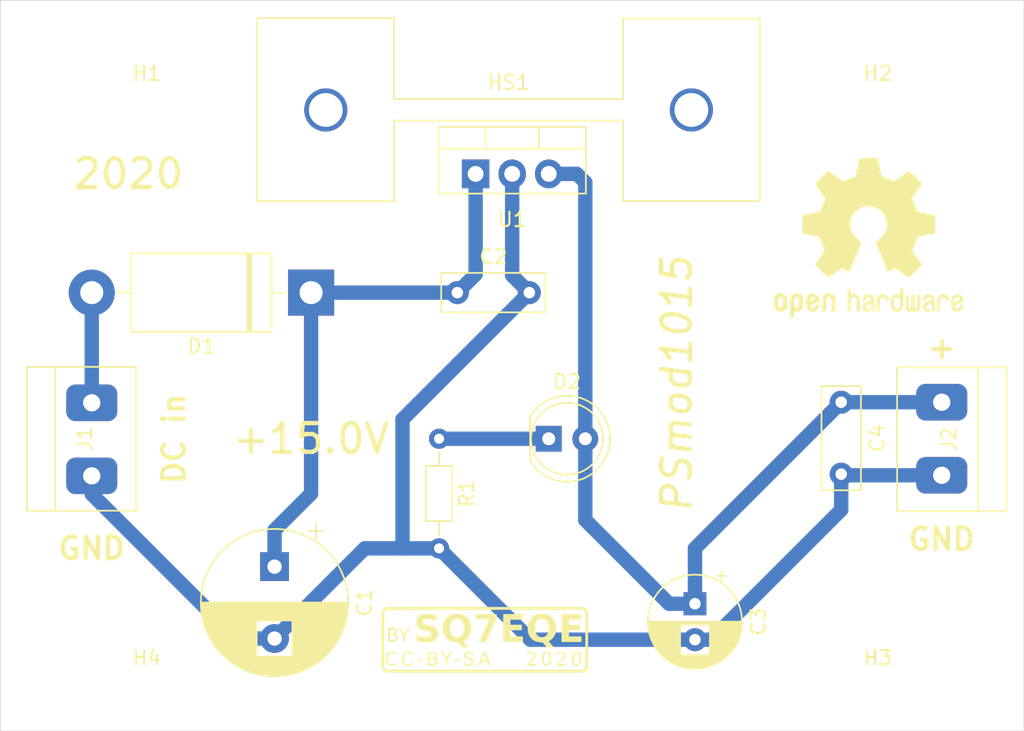
<source format=kicad_pcb>
(kicad_pcb (version 20171130) (host pcbnew 5.1.5+dfsg1-2build2)

  (general
    (thickness 1.6)
    (drawings 15)
    (tracks 37)
    (zones 0)
    (modules 17)
    (nets 6)
  )

  (page A4)
  (title_block
    (title "PSmod1015 PCB")
    (date 2020-10-30)
    (rev 1.0)
    (company "MSc Paweł Sobótka")
    (comment 1 "CC-BY-SA 4.0")
    (comment 2 "by SQ7EQE")
  )

  (layers
    (0 F.Cu signal)
    (31 B.Cu signal)
    (32 B.Adhes user)
    (33 F.Adhes user)
    (34 B.Paste user)
    (35 F.Paste user)
    (36 B.SilkS user)
    (37 F.SilkS user)
    (38 B.Mask user)
    (39 F.Mask user)
    (40 Dwgs.User user)
    (41 Cmts.User user)
    (42 Eco1.User user)
    (43 Eco2.User user)
    (44 Edge.Cuts user)
    (45 Margin user)
    (46 B.CrtYd user)
    (47 F.CrtYd user)
    (48 B.Fab user)
    (49 F.Fab user)
  )

  (setup
    (last_trace_width 1)
    (trace_clearance 0.4)
    (zone_clearance 0.508)
    (zone_45_only no)
    (trace_min 0.2)
    (via_size 0.8)
    (via_drill 0.4)
    (via_min_size 0.4)
    (via_min_drill 0.3)
    (uvia_size 0.3)
    (uvia_drill 0.1)
    (uvias_allowed no)
    (uvia_min_size 0.2)
    (uvia_min_drill 0.1)
    (edge_width 0.05)
    (segment_width 0.2)
    (pcb_text_width 0.3)
    (pcb_text_size 1.5 1.5)
    (mod_edge_width 0.12)
    (mod_text_size 1 1)
    (mod_text_width 0.15)
    (pad_size 1.524 1.524)
    (pad_drill 0.762)
    (pad_to_mask_clearance 0.051)
    (solder_mask_min_width 0.25)
    (aux_axis_origin 0 0)
    (visible_elements FFFFFF7F)
    (pcbplotparams
      (layerselection 0x010fc_ffffffff)
      (usegerberextensions false)
      (usegerberattributes false)
      (usegerberadvancedattributes false)
      (creategerberjobfile false)
      (excludeedgelayer true)
      (linewidth 0.150000)
      (plotframeref false)
      (viasonmask false)
      (mode 1)
      (useauxorigin false)
      (hpglpennumber 1)
      (hpglpenspeed 20)
      (hpglpendiameter 15.000000)
      (psnegative false)
      (psa4output false)
      (plotreference true)
      (plotvalue true)
      (plotinvisibletext false)
      (padsonsilk false)
      (subtractmaskfromsilk false)
      (outputformat 1)
      (mirror false)
      (drillshape 1)
      (scaleselection 1)
      (outputdirectory ""))
  )

  (net 0 "")
  (net 1 "Net-(C1-Pad1)")
  (net 2 GND)
  (net 3 "Net-(C3-Pad1)")
  (net 4 "Net-(D1-Pad2)")
  (net 5 "Net-(D2-Pad1)")

  (net_class Default "To jest domyślna klasa połączeń."
    (clearance 0.4)
    (trace_width 1)
    (via_dia 0.8)
    (via_drill 0.4)
    (uvia_dia 0.3)
    (uvia_drill 0.1)
    (add_net GND)
    (add_net "Net-(C1-Pad1)")
    (add_net "Net-(C3-Pad1)")
    (add_net "Net-(D1-Pad2)")
    (add_net "Net-(D2-Pad1)")
  )

  (module ups-pcb:DG301-5.0-2P (layer F.Cu) (tedit 5F9ADE78) (tstamp 5F994AC9)
    (at 191.135 107.99 90)
    (tags TerminalBlock)
    (path /5F9906BE)
    (fp_text reference J2 (at 0 0.5 90) (layer F.SilkS)
      (effects (font (size 1 1) (thickness 0.15)))
    )
    (fp_text value "DC out" (at 0 2.54 90) (layer F.Fab)
      (effects (font (size 1 1) (thickness 0.15)))
    )
    (fp_line (start -5 4.5) (end 5 4.5) (layer F.CrtYd) (width 0.12))
    (fp_line (start -5 -3.1) (end 5 -3.1) (layer F.CrtYd) (width 0.12))
    (fp_line (start -5 -3.1) (end -5 4.5) (layer F.CrtYd) (width 0.12))
    (fp_line (start 5 -3.1) (end 5 4.5) (layer F.CrtYd) (width 0.12))
    (fp_line (start -5 -3.1) (end 5 -3.1) (layer F.CrtYd) (width 0.12))
    (fp_line (start -5 -3.1) (end 5 -3.1) (layer F.SilkS) (width 0.12))
    (fp_line (start 5 -3.1) (end 5 4.5) (layer F.SilkS) (width 0.12))
    (fp_line (start -5 -3.1) (end -5 4.5) (layer F.SilkS) (width 0.12))
    (fp_line (start -5 4.5) (end 5 4.5) (layer F.SilkS) (width 0.12))
    (fp_line (start -5 2.54) (end 5 2.54) (layer F.SilkS) (width 0.12))
    (pad 1 thru_hole roundrect (at -2.5 0 90) (size 2.54 3.54) (drill 1.2) (layers *.Cu *.Mask) (roundrect_rratio 0.25)
      (net 2 GND))
    (pad 2 thru_hole roundrect (at 2.58 0 90) (size 2.54 3.54) (drill 1.2) (layers *.Cu *.Mask) (roundrect_rratio 0.25)
      (net 3 "Net-(C3-Pad1)"))
    (model ${KIPRJMOD}/packages3d/dg301-5.0P.step
      (at (xyz 0 0 0))
      (scale (xyz 1 1 1))
      (rotate (xyz 0 0 90))
    )
  )

  (module ups-pcb:DG301-5.0-2P (layer F.Cu) (tedit 5F9ADE78) (tstamp 5F994AB9)
    (at 132.08 107.95 270)
    (tags TerminalBlock)
    (path /5F9900ED)
    (fp_text reference J1 (at 0 0.5 90) (layer F.SilkS)
      (effects (font (size 1 1) (thickness 0.15)))
    )
    (fp_text value "DC inp" (at 0 2.54 90) (layer F.Fab)
      (effects (font (size 1 1) (thickness 0.15)))
    )
    (fp_line (start -5 4.5) (end 5 4.5) (layer F.CrtYd) (width 0.12))
    (fp_line (start -5 -3.1) (end 5 -3.1) (layer F.CrtYd) (width 0.12))
    (fp_line (start -5 -3.1) (end -5 4.5) (layer F.CrtYd) (width 0.12))
    (fp_line (start 5 -3.1) (end 5 4.5) (layer F.CrtYd) (width 0.12))
    (fp_line (start -5 -3.1) (end 5 -3.1) (layer F.CrtYd) (width 0.12))
    (fp_line (start -5 -3.1) (end 5 -3.1) (layer F.SilkS) (width 0.12))
    (fp_line (start 5 -3.1) (end 5 4.5) (layer F.SilkS) (width 0.12))
    (fp_line (start -5 -3.1) (end -5 4.5) (layer F.SilkS) (width 0.12))
    (fp_line (start -5 4.5) (end 5 4.5) (layer F.SilkS) (width 0.12))
    (fp_line (start -5 2.54) (end 5 2.54) (layer F.SilkS) (width 0.12))
    (pad 1 thru_hole roundrect (at -2.5 0 270) (size 2.54 3.54) (drill 1.2) (layers *.Cu *.Mask) (roundrect_rratio 0.25)
      (net 4 "Net-(D1-Pad2)"))
    (pad 2 thru_hole roundrect (at 2.58 0 270) (size 2.54 3.54) (drill 1.2) (layers *.Cu *.Mask) (roundrect_rratio 0.25)
      (net 2 GND))
    (model ${KIPRJMOD}/packages3d/dg301-5.0P.step
      (at (xyz 0 0 0))
      (scale (xyz 1 1 1))
      (rotate (xyz 0 0 90))
    )
  )

  (module ups-pcb:sk104_25.4mm (layer F.Cu) (tedit 5F9A176E) (tstamp 5F994AA9)
    (at 161.040001 85.09)
    (descr "radiator na profilu sk104")
    (tags heatsink)
    (path /5F98FE0B)
    (fp_text reference HS1 (at 0 -1.905) (layer F.SilkS)
      (effects (font (size 1 1) (thickness 0.15)))
    )
    (fp_text value sk104_25.4mm (at 0 -3.81) (layer F.Fab)
      (effects (font (size 1 1) (thickness 0.15)))
    )
    (fp_line (start -7.96 -6.37) (end -7.96 -0.77) (layer F.SilkS) (width 0.12))
    (fp_line (start 7.94 -6.35) (end 17.44 -6.35) (layer F.SilkS) (width 0.12))
    (fp_line (start 17.45 6.34) (end 17.45 -6.36) (layer F.SilkS) (width 0.12))
    (fp_line (start 7.94 6.34) (end 17.44 6.34) (layer F.SilkS) (width 0.12))
    (fp_line (start -17.47 -6.38) (end -7.97 -6.38) (layer F.SilkS) (width 0.12))
    (fp_line (start -17.46 6.35) (end -17.46 -6.35) (layer F.SilkS) (width 0.12))
    (fp_line (start -17.46 6.35) (end -7.96 6.35) (layer F.SilkS) (width 0.12))
    (fp_line (start -7.95 0.75) (end -7.95 6.35) (layer F.SilkS) (width 0.12))
    (fp_line (start 7.95 0.74) (end 7.95 6.34) (layer F.SilkS) (width 0.12))
    (fp_line (start -7.95 0.74) (end 7.95 0.74) (layer F.SilkS) (width 0.12))
    (fp_line (start 7.95 -6.36) (end 7.95 -0.76) (layer F.SilkS) (width 0.12))
    (fp_line (start -7.95 -0.76) (end 7.95 -0.76) (layer F.SilkS) (width 0.12))
    (fp_line (start 7.95 0.75) (end 7.95 6.35) (layer F.CrtYd) (width 0.12))
    (fp_line (start 7.95 -6.35) (end 7.95 -0.75) (layer F.CrtYd) (width 0.12))
    (fp_line (start 7.95 6.35) (end 17.45 6.35) (layer F.CrtYd) (width 0.12))
    (fp_line (start 7.95 -6.35) (end 17.45 -6.35) (layer F.CrtYd) (width 0.12))
    (fp_line (start -7.95 0.75) (end -7.95 6.35) (layer F.CrtYd) (width 0.12))
    (fp_line (start -7.95 -6.35) (end -7.95 -0.75) (layer F.CrtYd) (width 0.12))
    (fp_line (start -17.45 -6.35) (end -7.95 -6.35) (layer F.CrtYd) (width 0.12))
    (fp_line (start -17.45 6.35) (end -7.95 6.35) (layer F.CrtYd) (width 0.12))
    (fp_line (start -7.95 -0.75) (end 7.95 -0.75) (layer F.CrtYd) (width 0.12))
    (fp_line (start -7.95 0.75) (end 7.95 0.75) (layer F.CrtYd) (width 0.12))
    (fp_line (start 17.45 6.35) (end 17.45 -6.35) (layer F.CrtYd) (width 0.12))
    (fp_line (start -17.45 6.35) (end -17.45 -6.35) (layer F.CrtYd) (width 0.12))
    (pad "" np_thru_hole circle (at 12.7 0) (size 3 3) (drill 2.35) (layers *.Cu *.Mask))
    (pad "" np_thru_hole circle (at -12.7 0) (size 3 3) (drill 2.35) (layers *.Cu *.Mask))
    (model ${KIPRJMOD}/packages3d/sk104-1.step
      (offset (xyz -17.5 6.35 0))
      (scale (xyz 0.99 1 1))
      (rotate (xyz 0 0 0))
    )
  )

  (module ups-pcb:cc-by-sa (layer F.Cu) (tedit 0) (tstamp 5F999933)
    (at 159.385 121.92)
    (path /5F9A792F)
    (fp_text reference G1 (at 0 0) (layer F.SilkS) hide
      (effects (font (size 1.524 1.524) (thickness 0.3)))
    )
    (fp_text value CC-BY-SA (at 0.75 0) (layer F.SilkS) hide
      (effects (font (size 1.524 1.524) (thickness 0.3)))
    )
    (fp_poly (pts (xy 6.683375 -1.397) (xy 5.842 -1.397) (xy 5.842 -1.031875) (xy 6.63575 -1.031875)
      (xy 6.63575 -0.66675) (xy 5.842 -0.66675) (xy 5.842 -0.22225) (xy 6.715125 -0.22225)
      (xy 6.715125 0.15875) (xy 5.333754 0.15875) (xy 5.337845 -0.805657) (xy 5.341937 -1.770063)
      (xy 6.683375 -1.778345) (xy 6.683375 -1.397)) (layer F.SilkS) (width 0.01))
    (fp_poly (pts (xy 2.619375 -1.397) (xy 1.778 -1.397) (xy 1.778 -1.031875) (xy 2.57175 -1.031875)
      (xy 2.57175 -0.667305) (xy 2.178843 -0.663059) (xy 1.785937 -0.658813) (xy 1.78152 -0.440532)
      (xy 1.777104 -0.22225) (xy 2.651125 -0.22225) (xy 2.651125 0.15875) (xy 1.285875 0.15875)
      (xy 1.285875 -1.778) (xy 2.619375 -1.778) (xy 2.619375 -1.397)) (layer F.SilkS) (width 0.01))
    (fp_poly (pts (xy 0.8255 -1.481033) (xy 0.453404 -0.66511) (xy 0.081309 0.150812) (xy -0.157783 0.155194)
      (xy -0.240817 0.156049) (xy -0.311325 0.155504) (xy -0.363833 0.153701) (xy -0.392869 0.150786)
      (xy -0.396875 0.148916) (xy -0.390494 0.132828) (xy -0.372165 0.090576) (xy -0.34311 0.024887)
      (xy -0.30455 -0.061512) (xy -0.257708 -0.165896) (xy -0.203804 -0.285537) (xy -0.144061 -0.41771)
      (xy -0.0797 -0.559687) (xy -0.053998 -0.616276) (xy 0.012073 -0.761733) (xy 0.074262 -0.89876)
      (xy 0.131311 -1.02458) (xy 0.181964 -1.136416) (xy 0.224963 -1.231489) (xy 0.259053 -1.307021)
      (xy 0.282975 -1.360236) (xy 0.295473 -1.388355) (xy 0.29695 -1.391842) (xy 0.294239 -1.398059)
      (xy 0.27883 -1.402975) (xy 0.24777 -1.406727) (xy 0.198103 -1.409452) (xy 0.126877 -1.411286)
      (xy 0.031138 -1.412367) (xy -0.09207 -1.412831) (xy -0.157052 -1.412875) (xy -0.619125 -1.412875)
      (xy -0.619125 -1.778) (xy 0.8255 -1.778) (xy 0.8255 -1.481033)) (layer F.SilkS) (width 0.01))
    (fp_poly (pts (xy -5.230603 -0.807809) (xy -5.208576 -0.803272) (xy -5.207 -0.801464) (xy -5.215403 -0.786323)
      (xy -5.238786 -0.749063) (xy -5.274418 -0.693914) (xy -5.319564 -0.625105) (xy -5.371491 -0.546865)
      (xy -5.373688 -0.543572) (xy -5.540375 -0.293843) (xy -5.540375 0.15875) (xy -5.667375 0.15875)
      (xy -5.667375 -0.302646) (xy -5.834063 -0.546581) (xy -5.886641 -0.624062) (xy -5.932406 -0.692528)
      (xy -5.96855 -0.747695) (xy -5.992267 -0.785279) (xy -6.00075 -0.800984) (xy -5.986669 -0.806346)
      (xy -5.951239 -0.80749) (xy -5.933282 -0.80657) (xy -5.906822 -0.803979) (xy -5.885329 -0.797899)
      (xy -5.864783 -0.784294) (xy -5.841163 -0.75913) (xy -5.81045 -0.718372) (xy -5.768623 -0.657985)
      (xy -5.73322 -0.605776) (xy -5.600628 -0.409864) (xy -5.467131 -0.609745) (xy -5.333634 -0.809625)
      (xy -5.270317 -0.809625) (xy -5.230603 -0.807809)) (layer F.SilkS) (width 0.01))
    (fp_poly (pts (xy -6.480969 -0.806715) (xy -6.373205 -0.802568) (xy -6.291718 -0.795803) (xy -6.231058 -0.784911)
      (xy -6.185773 -0.768385) (xy -6.150409 -0.744716) (xy -6.119516 -0.712397) (xy -6.113694 -0.705145)
      (xy -6.079451 -0.640165) (xy -6.0679 -0.567735) (xy -6.077953 -0.496361) (xy -6.108522 -0.434547)
      (xy -6.153559 -0.393594) (xy -6.20932 -0.360695) (xy -6.150344 -0.327191) (xy -6.086407 -0.275748)
      (xy -6.04848 -0.207875) (xy -6.035603 -0.121583) (xy -6.036529 -0.091068) (xy -6.050675 -0.008265)
      (xy -6.083757 0.053613) (xy -6.140474 0.102015) (xy -6.168338 0.117973) (xy -6.197309 0.131076)
      (xy -6.230411 0.140547) (xy -6.273697 0.147144) (xy -6.333222 0.151628) (xy -6.415043 0.154757)
      (xy -6.473032 0.156206) (xy -6.715125 0.161599) (xy -6.715125 -0.301625) (xy -6.588125 -0.301625)
      (xy -6.588125 0.050515) (xy -6.421763 0.045101) (xy -6.346238 0.042089) (xy -6.295238 0.03784)
      (xy -6.261537 0.030722) (xy -6.237912 0.019106) (xy -6.21714 0.001365) (xy -6.213987 -0.001762)
      (xy -6.181102 -0.054216) (xy -6.169725 -0.117162) (xy -6.178255 -0.181601) (xy -6.205094 -0.238533)
      (xy -6.248645 -0.278962) (xy -6.264552 -0.286459) (xy -6.29832 -0.293358) (xy -6.353796 -0.298615)
      (xy -6.420951 -0.301393) (xy -6.446284 -0.301625) (xy -6.588125 -0.301625) (xy -6.715125 -0.301625)
      (xy -6.715125 -0.6985) (xy -6.588125 -0.6985) (xy -6.588125 -0.409775) (xy -6.431004 -0.415232)
      (xy -6.353676 -0.41906) (xy -6.301212 -0.425009) (xy -6.266736 -0.434369) (xy -6.243374 -0.448428)
      (xy -6.240504 -0.45093) (xy -6.216982 -0.49018) (xy -6.206369 -0.545749) (xy -6.210465 -0.604212)
      (xy -6.216987 -0.626352) (xy -6.245598 -0.66103) (xy -6.301106 -0.684257) (xy -6.384677 -0.696391)
      (xy -6.4524 -0.6985) (xy -6.588125 -0.6985) (xy -6.715125 -0.6985) (xy -6.715125 -0.813086)
      (xy -6.480969 -0.806715)) (layer F.SilkS) (width 0.01))
    (fp_poly (pts (xy -3.856768 -1.79492) (xy -3.697368 -1.777273) (xy -3.535998 -1.749854) (xy -3.472657 -1.736304)
      (xy -3.3655 -1.711956) (xy -3.3655 -1.303968) (xy -3.490551 -1.349606) (xy -3.627449 -1.392503)
      (xy -3.765107 -1.42264) (xy -3.897804 -1.439572) (xy -4.01982 -1.442851) (xy -4.125433 -1.432029)
      (xy -4.208923 -1.406661) (xy -4.210597 -1.405875) (xy -4.267552 -1.364213) (xy -4.301901 -1.308664)
      (xy -4.312859 -1.246584) (xy -4.29964 -1.185328) (xy -4.261458 -1.132252) (xy -4.241488 -1.11659)
      (xy -4.199688 -1.095814) (xy -4.139082 -1.074343) (xy -4.072203 -1.056567) (xy -4.066863 -1.055416)
      (xy -3.899498 -1.018362) (xy -3.760475 -0.983585) (xy -3.646574 -0.949929) (xy -3.554573 -0.916238)
      (xy -3.481253 -0.881354) (xy -3.423391 -0.844121) (xy -3.384625 -0.810433) (xy -3.314511 -0.718244)
      (xy -3.268382 -0.607344) (xy -3.247045 -0.480722) (xy -3.251311 -0.341369) (xy -3.253401 -0.325218)
      (xy -3.284785 -0.188755) (xy -3.338378 -0.074408) (xy -3.41502 0.018692) (xy -3.515551 0.091415)
      (xy -3.640811 0.144629) (xy -3.729524 0.16784) (xy -3.785659 0.175867) (xy -3.864358 0.182087)
      (xy -3.956473 0.186296) (xy -4.05286 0.188289) (xy -4.144372 0.187863) (xy -4.221862 0.184813)
      (xy -4.270375 0.179925) (xy -4.348502 0.165574) (xy -4.442739 0.145287) (xy -4.53895 0.122333)
      (xy -4.623002 0.099978) (xy -4.647407 0.092755) (xy -4.746625 0.062224) (xy -4.746625 -0.145212)
      (xy -4.745924 -0.233289) (xy -4.743573 -0.293345) (xy -4.739205 -0.329083) (xy -4.732452 -0.344207)
      (xy -4.726782 -0.344807) (xy -4.704075 -0.335549) (xy -4.659732 -0.317257) (xy -4.601426 -0.293104)
      (xy -4.56882 -0.279563) (xy -4.420469 -0.224763) (xy -4.284205 -0.190067) (xy -4.149603 -0.173191)
      (xy -4.071938 -0.170674) (xy -3.951293 -0.177403) (xy -3.858001 -0.198919) (xy -3.790981 -0.235887)
      (xy -3.749148 -0.288971) (xy -3.73142 -0.358836) (xy -3.730625 -0.380148) (xy -3.737544 -0.442943)
      (xy -3.760113 -0.485932) (xy -3.762836 -0.488963) (xy -3.784128 -0.510106) (xy -3.807511 -0.528099)
      (xy -3.83707 -0.544365) (xy -3.876888 -0.560328) (xy -3.931052 -0.577411) (xy -4.003644 -0.597037)
      (xy -4.09875 -0.620632) (xy -4.220454 -0.649617) (xy -4.230688 -0.652029) (xy -4.386509 -0.697965)
      (xy -4.513679 -0.756253) (xy -4.613284 -0.828127) (xy -4.686411 -0.914819) (xy -4.734148 -1.017562)
      (xy -4.757583 -1.137588) (xy -4.759344 -1.251438) (xy -4.740951 -1.38711) (xy -4.699594 -1.502097)
      (xy -4.633903 -1.598174) (xy -4.542506 -1.677112) (xy -4.424033 -1.740686) (xy -4.362906 -1.764272)
      (xy -4.267267 -1.787471) (xy -4.147306 -1.800194) (xy -4.00861 -1.802619) (xy -3.856768 -1.79492)) (layer F.SilkS) (width 0.01))
    (fp_poly (pts (xy 4.087612 -1.797844) (xy 4.193582 -1.788715) (xy 4.279532 -1.77348) (xy 4.28625 -1.771726)
      (xy 4.451306 -1.712893) (xy 4.593578 -1.631958) (xy 4.71303 -1.528966) (xy 4.809628 -1.403963)
      (xy 4.883335 -1.256993) (xy 4.934118 -1.088103) (xy 4.961941 -0.897336) (xy 4.961973 -0.896938)
      (xy 4.963268 -0.711119) (xy 4.937256 -0.535334) (xy 4.885111 -0.372124) (xy 4.808004 -0.224033)
      (xy 4.70711 -0.093603) (xy 4.583599 0.016624) (xy 4.521234 0.058784) (xy 4.427854 0.116422)
      (xy 4.481065 0.173304) (xy 4.512428 0.207239) (xy 4.558864 0.257989) (xy 4.614192 0.318782)
      (xy 4.672235 0.382843) (xy 4.674156 0.384968) (xy 4.814034 0.53975) (xy 4.336267 0.53975)
      (xy 4.182172 0.367332) (xy 4.028078 0.194915) (xy 3.88332 0.185628) (xy 3.69886 0.160817)
      (xy 3.533275 0.111678) (xy 3.387517 0.038895) (xy 3.262542 -0.05685) (xy 3.159303 -0.174873)
      (xy 3.078754 -0.314491) (xy 3.038058 -0.419457) (xy 3.008383 -0.542476) (xy 2.99071 -0.683876)
      (xy 2.988832 -0.738448) (xy 3.497536 -0.738448) (xy 3.512708 -0.608851) (xy 3.543322 -0.488071)
      (xy 3.589299 -0.381928) (xy 3.650559 -0.296241) (xy 3.670206 -0.276917) (xy 3.76166 -0.214838)
      (xy 3.867457 -0.177492) (xy 3.980891 -0.165842) (xy 4.095255 -0.180853) (xy 4.167187 -0.205482)
      (xy 4.23743 -0.249857) (xy 4.305416 -0.317212) (xy 4.363816 -0.399184) (xy 4.398682 -0.469602)
      (xy 4.413496 -0.510047) (xy 4.423849 -0.548931) (xy 4.430537 -0.593243) (xy 4.434357 -0.649976)
      (xy 4.436107 -0.726122) (xy 4.436544 -0.801688) (xy 4.436283 -0.896989) (xy 4.434482 -0.967746)
      (xy 4.430326 -1.021157) (xy 4.423003 -1.06442) (xy 4.4117 -1.104733) (xy 4.397999 -1.143)
      (xy 4.3411 -1.254465) (xy 4.265067 -1.341164) (xy 4.171679 -1.401944) (xy 4.062713 -1.435649)
      (xy 3.939948 -1.441126) (xy 3.938845 -1.441048) (xy 3.82513 -1.420804) (xy 3.729674 -1.37654)
      (xy 3.656078 -1.315048) (xy 3.592852 -1.228642) (xy 3.545464 -1.12196) (xy 3.513835 -1.000822)
      (xy 3.497885 -0.871045) (xy 3.497536 -0.738448) (xy 2.988832 -0.738448) (xy 2.985596 -0.832424)
      (xy 2.993597 -0.976888) (xy 3.00616 -1.063625) (xy 3.052575 -1.230696) (xy 3.124735 -1.379817)
      (xy 3.221206 -1.509448) (xy 3.340552 -1.61805) (xy 3.481338 -1.704082) (xy 3.642129 -1.766004)
      (xy 3.667125 -1.772917) (xy 3.751378 -1.788405) (xy 3.85633 -1.797709) (xy 3.971802 -1.800849)
      (xy 4.087612 -1.797844)) (layer F.SilkS) (width 0.01))
    (fp_poly (pts (xy -1.755001 -1.792265) (xy -1.604178 -1.767851) (xy -1.471404 -1.724952) (xy -1.351736 -1.661875)
      (xy -1.240232 -1.576926) (xy -1.217136 -1.555911) (xy -1.111612 -1.435933) (xy -1.031148 -1.2968)
      (xy -0.975693 -1.138365) (xy -0.945199 -0.960481) (xy -0.939613 -0.762999) (xy -0.940211 -0.747054)
      (xy -0.945877 -0.651672) (xy -0.955098 -0.575891) (xy -0.969945 -0.507594) (xy -0.992493 -0.434665)
      (xy -0.99481 -0.427924) (xy -1.062259 -0.273534) (xy -1.15007 -0.139003) (xy -1.255903 -0.027244)
      (xy -1.377417 0.058828) (xy -1.392047 0.066818) (xy -1.431782 0.090169) (xy -1.45648 0.109055)
      (xy -1.4605 0.115281) (xy -1.450405 0.130788) (xy -1.422647 0.165194) (xy -1.381019 0.213996)
      (xy -1.329317 0.272689) (xy -1.306715 0.29787) (xy -1.248911 0.361986) (xy -1.196332 0.420402)
      (xy -1.15382 0.46773) (xy -1.12622 0.498582) (xy -1.121385 0.504031) (xy -1.089841 0.53975)
      (xy -1.326765 0.539718) (xy -1.563688 0.539687) (xy -1.717467 0.367554) (xy -1.871245 0.19542)
      (xy -2.019092 0.185187) (xy -2.191282 0.163535) (xy -2.341209 0.122919) (xy -2.473361 0.061471)
      (xy -2.592229 -0.022674) (xy -2.652384 -0.078117) (xy -2.746756 -0.188402) (xy -2.818713 -0.309851)
      (xy -2.87003 -0.446873) (xy -2.902482 -0.603874) (xy -2.915068 -0.73025) (xy -2.914676 -0.809625)
      (xy -2.388706 -0.809625) (xy -2.387194 -0.687929) (xy -2.381223 -0.591604) (xy -2.369441 -0.514424)
      (xy -2.350495 -0.450162) (xy -2.323034 -0.392592) (xy -2.285775 -0.335583) (xy -2.211607 -0.25902)
      (xy -2.119422 -0.204893) (xy -2.014775 -0.174374) (xy -1.903225 -0.168632) (xy -1.790329 -0.188837)
      (xy -1.719198 -0.216277) (xy -1.663933 -0.248129) (xy -1.614047 -0.286013) (xy -1.593629 -0.306405)
      (xy -1.532046 -0.400994) (xy -1.48729 -0.515074) (xy -1.459275 -0.642492) (xy -1.44791 -0.777093)
      (xy -1.453107 -0.912723) (xy -1.474777 -1.043227) (xy -1.512831 -1.162452) (xy -1.56718 -1.264242)
      (xy -1.608204 -1.315048) (xy -1.691337 -1.38252) (xy -1.788532 -1.424099) (xy -1.890971 -1.441048)
      (xy -2.013447 -1.435427) (xy -2.123418 -1.401255) (xy -2.21839 -1.34011) (xy -2.295869 -1.253572)
      (xy -2.350713 -1.15) (xy -2.365335 -1.110276) (xy -2.375632 -1.072251) (xy -2.382362 -1.029137)
      (xy -2.386281 -0.974147) (xy -2.388148 -0.900493) (xy -2.388706 -0.809625) (xy -2.914676 -0.809625)
      (xy -2.914145 -0.916702) (xy -2.887781 -1.091387) (xy -2.837149 -1.251888) (xy -2.763418 -1.395787)
      (xy -2.667759 -1.520666) (xy -2.551344 -1.624107) (xy -2.45264 -1.685367) (xy -2.354133 -1.732201)
      (xy -2.260559 -1.765058) (xy -2.162716 -1.78595) (xy -2.051402 -1.796888) (xy -1.928813 -1.799889)
      (xy -1.755001 -1.792265)) (layer F.SilkS) (width 0.01))
    (fp_poly (pts (xy -1.801813 1.389062) (xy -1.796838 1.440656) (xy -1.791864 1.49225) (xy -2.143125 1.49225)
      (xy -2.143125 1.38005) (xy -1.801813 1.389062)) (layer F.SilkS) (width 0.01))
    (fp_poly (pts (xy -4.318 1.49225) (xy -4.669262 1.49225) (xy -4.664288 1.440656) (xy -4.659313 1.389062)
      (xy -4.488657 1.384556) (xy -4.318 1.38005) (xy -4.318 1.49225)) (layer F.SilkS) (width 0.01))
    (fp_poly (pts (xy 5.414518 0.840332) (xy 5.491743 0.868822) (xy 5.505684 0.877232) (xy 5.568258 0.936395)
      (xy 5.606721 1.01167) (xy 5.619643 1.096952) (xy 5.605596 1.186137) (xy 5.588219 1.229858)
      (xy 5.566808 1.262981) (xy 5.527515 1.313402) (xy 5.474772 1.37583) (xy 5.413009 1.444976)
      (xy 5.364628 1.496808) (xy 5.172567 1.698625) (xy 5.61975 1.698625) (xy 5.61975 1.80975)
      (xy 5.0165 1.80975) (xy 5.0165 1.751789) (xy 5.018193 1.729512) (xy 5.025265 1.707218)
      (xy 5.040707 1.681003) (xy 5.067508 1.646966) (xy 5.108658 1.601206) (xy 5.167146 1.53982)
      (xy 5.222692 1.482714) (xy 5.314782 1.386252) (xy 5.384938 1.307152) (xy 5.435308 1.242087)
      (xy 5.468044 1.187729) (xy 5.485294 1.140753) (xy 5.489209 1.097831) (xy 5.486428 1.074593)
      (xy 5.460282 1.010519) (xy 5.411693 0.965715) (xy 5.344122 0.941093) (xy 5.261031 0.937566)
      (xy 5.165882 0.956045) (xy 5.110558 0.975556) (xy 5.014748 1.014487) (xy 5.019592 0.94834)
      (xy 5.023444 0.911963) (xy 5.033199 0.889602) (xy 5.056207 0.874231) (xy 5.099815 0.858821)
      (xy 5.119687 0.85262) (xy 5.219299 0.831645) (xy 5.32064 0.827745) (xy 5.414518 0.840332)) (layer F.SilkS) (width 0.01))
    (fp_poly (pts (xy 3.347706 0.845727) (xy 3.42663 0.883406) (xy 3.48688 0.938552) (xy 3.525132 1.009439)
      (xy 3.538062 1.094345) (xy 3.537027 1.116638) (xy 3.530481 1.161287) (xy 3.516779 1.20444)
      (xy 3.493196 1.250103) (xy 3.457008 1.302283) (xy 3.405491 1.364985) (xy 3.335919 1.442214)
      (xy 3.262691 1.520031) (xy 3.092637 1.698625) (xy 3.540125 1.698625) (xy 3.540125 1.80975)
      (xy 2.936875 1.80975) (xy 2.936875 1.752386) (xy 2.938666 1.730158) (xy 2.946021 1.707618)
      (xy 2.961911 1.680856) (xy 2.989309 1.645961) (xy 3.031186 1.599023) (xy 3.090514 1.536133)
      (xy 3.141566 1.483063) (xy 3.216753 1.403127) (xy 3.282473 1.329216) (xy 3.334947 1.265814)
      (xy 3.370393 1.217405) (xy 3.38136 1.198592) (xy 3.406556 1.121009) (xy 3.401808 1.053537)
      (xy 3.367 0.995405) (xy 3.347867 0.977269) (xy 3.287194 0.945957) (xy 3.208406 0.935738)
      (xy 3.117148 0.946647) (xy 3.027313 0.975259) (xy 2.935189 1.01314) (xy 2.94 0.947579)
      (xy 2.944194 0.910208) (xy 2.954975 0.887729) (xy 2.980081 0.872345) (xy 3.027252 0.856253)
      (xy 3.032125 0.854729) (xy 3.147129 0.829664) (xy 3.253431 0.827238) (xy 3.347706 0.845727)) (layer F.SilkS) (width 0.01))
    (fp_poly (pts (xy 0.23433 1.313284) (xy 0.277953 1.428996) (xy 0.317716 1.535189) (xy 0.352277 1.628225)
      (xy 0.380296 1.704465) (xy 0.40043 1.76027) (xy 0.41134 1.792001) (xy 0.412924 1.797843)
      (xy 0.39873 1.805359) (xy 0.363563 1.809481) (xy 0.35039 1.80975) (xy 0.314843 1.808212)
      (xy 0.292716 1.798823) (xy 0.276176 1.774422) (xy 0.257388 1.727844) (xy 0.255605 1.723084)
      (xy 0.235743 1.667716) (xy 0.219504 1.618451) (xy 0.213056 1.596084) (xy 0.202933 1.55575)
      (xy -0.2355 1.55575) (xy -0.263198 1.631156) (xy -0.290899 1.706355) (xy -0.31093 1.756825)
      (xy -0.326979 1.787483) (xy -0.342736 1.803249) (xy -0.361888 1.809042) (xy -0.388126 1.809779)
      (xy -0.397135 1.80975) (xy -0.438268 1.807697) (xy -0.454663 1.799281) (xy -0.453476 1.781968)
      (xy -0.445713 1.760597) (xy -0.428087 1.713463) (xy -0.402071 1.64446) (xy -0.369138 1.557482)
      (xy -0.33076 1.456424) (xy -0.32232 1.434254) (xy -0.1905 1.434254) (xy -0.1757 1.438439)
      (xy -0.13559 1.441816) (xy -0.076608 1.443998) (xy -0.017521 1.444625) (xy 0.155458 1.444625)
      (xy 0.075361 1.226343) (xy 0.046277 1.148194) (xy 0.020388 1.080687) (xy -0.00009 1.029455)
      (xy -0.012936 1.000129) (xy -0.015499 0.995725) (xy -0.023472 1.006291) (xy -0.039988 1.040541)
      (xy -0.06261 1.092369) (xy -0.0889 1.155669) (xy -0.116423 1.224333) (xy -0.142741 1.292254)
      (xy -0.165416 1.353327) (xy -0.182013 1.401445) (xy -0.190095 1.430501) (xy -0.1905 1.434254)
      (xy -0.32232 1.434254) (xy -0.28841 1.34518) (xy -0.27185 1.30175) (xy -0.099264 0.849312)
      (xy -0.021851 0.844972) (xy 0.055562 0.840631) (xy 0.23433 1.313284)) (layer F.SilkS) (width 0.01))
    (fp_poly (pts (xy -2.794 1.031875) (xy -2.747908 1.099519) (xy -2.707577 1.156545) (xy -2.676434 1.19827)
      (xy -2.657905 1.220016) (xy -2.654781 1.222071) (xy -2.642382 1.209406) (xy -2.616177 1.174801)
      (xy -2.579569 1.122996) (xy -2.535963 1.058731) (xy -2.517965 1.031571) (xy -2.392741 0.841375)
      (xy -2.253742 0.841375) (xy -2.416715 1.083468) (xy -2.579688 1.325562) (xy -2.587625 1.563687)
      (xy -2.595563 1.801812) (xy -2.651693 1.806536) (xy -2.692147 1.80677) (xy -2.717575 1.80114)
      (xy -2.719162 1.799922) (xy -2.723201 1.78078) (xy -2.726606 1.735861) (xy -2.729094 1.671135)
      (xy -2.730383 1.592574) (xy -2.7305 1.559589) (xy -2.7305 1.330595) (xy -2.89793 1.085985)
      (xy -3.065359 0.841375) (xy -2.921627 0.841375) (xy -2.794 1.031875)) (layer F.SilkS) (width 0.01))
    (fp_poly (pts (xy -3.726657 0.843918) (xy -3.616147 0.847631) (xy -3.532374 0.854378) (xy -3.470349 0.865962)
      (xy -3.425081 0.884185) (xy -3.391583 0.91085) (xy -3.364864 0.94776) (xy -3.347377 0.980957)
      (xy -3.325053 1.05749) (xy -3.328948 1.133015) (xy -3.357006 1.20026) (xy -3.40717 1.251953)
      (xy -3.427423 1.263955) (xy -3.448028 1.276116) (xy -3.448253 1.287005) (xy -3.425192 1.303596)
      (xy -3.406192 1.314928) (xy -3.342198 1.365081) (xy -3.304168 1.427201) (xy -3.28951 1.506566)
      (xy -3.289967 1.551505) (xy -3.295755 1.611799) (xy -3.307676 1.652706) (xy -3.330072 1.686538)
      (xy -3.342423 1.700304) (xy -3.379207 1.735129) (xy -3.418443 1.760997) (xy -3.46579 1.779436)
      (xy -3.526905 1.791976) (xy -3.607445 1.800144) (xy -3.713068 1.805468) (xy -3.734594 1.806222)
      (xy -3.96875 1.814064) (xy -3.96875 1.349375) (xy -3.84175 1.349375) (xy -3.84175 1.698625)
      (xy -3.706303 1.698625) (xy -3.625761 1.695576) (xy -3.55832 1.687205) (xy -3.517081 1.676156)
      (xy -3.463223 1.640804) (xy -3.433203 1.587777) (xy -3.424671 1.520031) (xy -3.435805 1.445055)
      (xy -3.468304 1.390966) (xy -3.502929 1.367003) (xy -3.535618 1.359206) (xy -3.59055 1.353174)
      (xy -3.658232 1.349794) (xy -3.691685 1.349375) (xy -3.84175 1.349375) (xy -3.96875 1.349375)
      (xy -3.96875 0.9525) (xy -3.84175 0.9525) (xy -3.84175 1.23825) (xy -3.717119 1.23825)
      (xy -3.649808 1.236001) (xy -3.588417 1.230073) (xy -3.545197 1.221695) (xy -3.542159 1.220705)
      (xy -3.495682 1.195365) (xy -3.469925 1.155363) (xy -3.460906 1.093899) (xy -3.46075 1.081695)
      (xy -3.466646 1.031894) (xy -3.488623 0.997532) (xy -3.502579 0.985402) (xy -3.52756 0.969404)
      (xy -3.558176 0.95951) (xy -3.602324 0.954357) (xy -3.667903 0.952579) (xy -3.693079 0.9525)
      (xy -3.84175 0.9525) (xy -3.96875 0.9525) (xy -3.96875 0.838525) (xy -3.726657 0.843918)) (layer F.SilkS) (width 0.01))
    (fp_poly (pts (xy 6.457557 0.833937) (xy 6.538086 0.865471) (xy 6.603233 0.924142) (xy 6.639368 0.979129)
      (xy 6.678784 1.077808) (xy 6.702959 1.195343) (xy 6.7115 1.322527) (xy 6.704014 1.450153)
      (xy 6.68011 1.569012) (xy 6.666303 1.610866) (xy 6.617376 1.701305) (xy 6.549273 1.768067)
      (xy 6.465954 1.809156) (xy 6.371378 1.822578) (xy 6.275025 1.807976) (xy 6.216922 1.777728)
      (xy 6.159984 1.725118) (xy 6.112231 1.658787) (xy 6.087525 1.605959) (xy 6.07041 1.537508)
      (xy 6.058321 1.448505) (xy 6.053045 1.368715) (xy 6.179689 1.368715) (xy 6.188037 1.469951)
      (xy 6.2065 1.557789) (xy 6.216258 1.58586) (xy 6.242165 1.63488) (xy 6.27406 1.675469)
      (xy 6.282545 1.683047) (xy 6.338873 1.70905) (xy 6.404161 1.712537) (xy 6.465017 1.693541)
      (xy 6.481587 1.682548) (xy 6.524367 1.629628) (xy 6.554732 1.548585) (xy 6.57235 1.440661)
      (xy 6.577051 1.325562) (xy 6.573147 1.210691) (xy 6.561325 1.121369) (xy 6.540336 1.052104)
      (xy 6.508933 0.997404) (xy 6.499965 0.986138) (xy 6.445025 0.942072) (xy 6.382776 0.925686)
      (xy 6.320437 0.93643) (xy 6.265227 0.973752) (xy 6.24017 1.005966) (xy 6.211695 1.072706)
      (xy 6.191881 1.161283) (xy 6.181091 1.262889) (xy 6.179689 1.368715) (xy 6.053045 1.368715)
      (xy 6.051796 1.349832) (xy 6.051373 1.252369) (xy 6.057593 1.166997) (xy 6.063935 1.129609)
      (xy 6.097699 1.01755) (xy 6.144056 0.933366) (xy 6.205031 0.874991) (xy 6.282647 0.84036)
      (xy 6.359318 0.828283) (xy 6.457557 0.833937)) (layer F.SilkS) (width 0.01))
    (fp_poly (pts (xy 4.374985 0.834127) (xy 4.454852 0.86409) (xy 4.51878 0.920366) (xy 4.560444 0.985472)
      (xy 4.600661 1.088937) (xy 4.624414 1.204651) (xy 4.632148 1.325807) (xy 4.624308 1.445594)
      (xy 4.60134 1.557204) (xy 4.563688 1.653827) (xy 4.511863 1.728586) (xy 4.434706 1.788269)
      (xy 4.346135 1.818748) (xy 4.248478 1.819441) (xy 4.19507 1.80789) (xy 4.124405 1.771377)
      (xy 4.06385 1.707188) (xy 4.016026 1.6185) (xy 3.998978 1.570201) (xy 3.977309 1.46807)
      (xy 3.971227 1.391767) (xy 4.098558 1.391767) (xy 4.112178 1.507525) (xy 4.140751 1.598818)
      (xy 4.183768 1.664486) (xy 4.240722 1.703367) (xy 4.302105 1.7145) (xy 4.354126 1.708749)
      (xy 4.39311 1.686557) (xy 4.412816 1.667338) (xy 4.444097 1.622032) (xy 4.46995 1.564704)
      (xy 4.476146 1.544307) (xy 4.486442 1.482384) (xy 4.49261 1.400895) (xy 4.494615 1.310418)
      (xy 4.492425 1.221533) (xy 4.486008 1.144819) (xy 4.477529 1.098269) (xy 4.444943 1.020537)
      (xy 4.398359 0.965252) (xy 4.34291 0.933276) (xy 4.283729 0.925472) (xy 4.225949 0.942702)
      (xy 4.174704 0.985829) (xy 4.140903 1.041702) (xy 4.120344 1.10756) (xy 4.105578 1.195548)
      (xy 4.100398 1.252708) (xy 4.098558 1.391767) (xy 3.971227 1.391767) (xy 3.968141 1.353063)
      (xy 3.971103 1.235281) (xy 3.985826 1.124827) (xy 4.011938 1.031804) (xy 4.019349 1.014301)
      (xy 4.069585 0.928873) (xy 4.13103 0.871368) (xy 4.207908 0.838734) (xy 4.276249 0.828862)
      (xy 4.374985 0.834127)) (layer F.SilkS) (width 0.01))
    (fp_poly (pts (xy -1.038823 0.829878) (xy -0.957797 0.836938) (xy -0.912813 0.8457) (xy -0.866226 0.859585)
      (xy -0.842106 0.874338) (xy -0.832139 0.898594) (xy -0.828578 0.933171) (xy -0.823718 0.999249)
      (xy -0.883034 0.974465) (xy -0.974079 0.945607) (xy -1.065838 0.932668) (xy -1.151461 0.93529)
      (xy -1.2241 0.953112) (xy -1.276906 0.985775) (xy -1.285734 0.995613) (xy -1.311349 1.048315)
      (xy -1.315874 1.106466) (xy -1.299241 1.157956) (xy -1.286713 1.173912) (xy -1.251728 1.197267)
      (xy -1.202516 1.217499) (xy -1.187494 1.221737) (xy -1.088927 1.246421) (xy -1.01586 1.265834)
      (xy -0.962902 1.28204) (xy -0.92466 1.297101) (xy -0.895743 1.31308) (xy -0.870759 1.33204)
      (xy -0.849753 1.350953) (xy -0.785813 1.410596) (xy -0.785813 1.669153) (xy -0.850652 1.729634)
      (xy -0.92385 1.778596) (xy -1.016265 1.811191) (xy -1.118824 1.825463) (xy -1.222455 1.819457)
      (xy -1.246188 1.814846) (xy -1.279331 1.806605) (xy -1.329215 1.793324) (xy -1.361282 1.784494)
      (xy -1.409093 1.770141) (xy -1.433875 1.756268) (xy -1.443196 1.734884) (xy -1.444625 1.697995)
      (xy -1.444625 1.696483) (xy -1.442769 1.656001) (xy -1.434875 1.640553) (xy -1.417457 1.643523)
      (xy -1.416844 1.643787) (xy -1.303537 1.684745) (xy -1.198755 1.706931) (xy -1.105522 1.711113)
      (xy -1.02686 1.698061) (xy -0.965791 1.668542) (xy -0.925337 1.623325) (xy -0.90852 1.563179)
      (xy -0.91189 1.5154) (xy -0.930649 1.466466) (xy -0.968895 1.428201) (xy -1.030627 1.3979)
      (xy -1.119848 1.372859) (xy -1.124222 1.37189) (xy -1.240497 1.340509) (xy -1.327919 1.302689)
      (xy -1.38911 1.256178) (xy -1.42669 1.198722) (xy -1.443279 1.128068) (xy -1.444625 1.096434)
      (xy -1.431661 1.005488) (xy -1.392327 0.931883) (xy -1.333221 0.878993) (xy -1.295087 0.856564)
      (xy -1.256939 0.842585) (xy -1.208621 0.834598) (xy -1.139976 0.830146) (xy -1.129565 0.829719)
      (xy -1.038823 0.829878)) (layer F.SilkS) (width 0.01))
    (fp_poly (pts (xy -5.173998 0.84017) (xy -5.082126 0.866906) (xy -5.076032 0.86954) (xy -5.031733 0.890929)
      (xy -5.009394 0.910168) (xy -5.001529 0.936982) (xy -5.000625 0.967482) (xy -5.002211 1.007594)
      (xy -5.006176 1.030105) (xy -5.007858 1.031875) (xy -5.024199 1.023763) (xy -5.056875 1.003332)
      (xy -5.072955 0.992607) (xy -5.132767 0.96006) (xy -5.199007 0.942162) (xy -5.28083 0.937092)
      (xy -5.340361 0.939396) (xy -5.436143 0.957378) (xy -5.51227 0.999269) (xy -5.57237 1.067392)
      (xy -5.591562 1.100263) (xy -5.609119 1.139612) (xy -5.619878 1.182303) (xy -5.625369 1.237696)
      (xy -5.627124 1.315154) (xy -5.627134 1.317625) (xy -5.626121 1.394999) (xy -5.621323 1.450696)
      (xy -5.611108 1.494713) (xy -5.593844 1.537051) (xy -5.590046 1.544891) (xy -5.536165 1.621225)
      (xy -5.463499 1.675457) (xy -5.376865 1.706718) (xy -5.281085 1.714141) (xy -5.180975 1.696856)
      (xy -5.081357 1.653996) (xy -5.059202 1.640545) (xy -4.998716 1.60166) (xy -5.00364 1.669986)
      (xy -5.008951 1.711716) (xy -5.022586 1.737992) (xy -5.052557 1.759525) (xy -5.082059 1.774794)
      (xy -5.155339 1.800234) (xy -5.245496 1.81582) (xy -5.338815 1.820208) (xy -5.421584 1.812052)
      (xy -5.433735 1.809292) (xy -5.541906 1.767449) (xy -5.630712 1.700894) (xy -5.701246 1.60869)
      (xy -5.728047 1.556987) (xy -5.756039 1.467758) (xy -5.769276 1.361863) (xy -5.767449 1.25091)
      (xy -5.750243 1.146508) (xy -5.740023 1.112176) (xy -5.69344 1.020179) (xy -5.623882 0.939176)
      (xy -5.539087 0.876919) (xy -5.477959 0.849672) (xy -5.385558 0.830879) (xy -5.27969 0.827936)
      (xy -5.173998 0.84017)) (layer F.SilkS) (width 0.01))
    (fp_poly (pts (xy -6.352673 0.834671) (xy -6.297532 0.839536) (xy -6.253819 0.849781) (xy -6.211403 0.867151)
      (xy -6.199188 0.873125) (xy -6.153414 0.897792) (xy -6.129055 0.919218) (xy -6.118511 0.947058)
      (xy -6.114936 0.98019) (xy -6.110059 1.047567) (xy -6.192907 0.996066) (xy -6.242716 0.967959)
      (xy -6.287984 0.951371) (xy -6.341772 0.942667) (xy -6.397746 0.939025) (xy -6.502341 0.942805)
      (xy -6.584959 0.966013) (xy -6.650066 1.010498) (xy -6.691225 1.060645) (xy -6.731686 1.146055)
      (xy -6.753347 1.245634) (xy -6.756632 1.351082) (xy -6.741967 1.454096) (xy -6.709775 1.546375)
      (xy -6.662774 1.617158) (xy -6.592276 1.671569) (xy -6.505636 1.7037) (xy -6.409687 1.713185)
      (xy -6.311264 1.699657) (xy -6.217199 1.662748) (xy -6.184489 1.642835) (xy -6.147788 1.618938)
      (xy -6.123377 1.604915) (xy -6.119108 1.603375) (xy -6.114602 1.617486) (xy -6.112074 1.652789)
      (xy -6.111875 1.667753) (xy -6.113489 1.704396) (xy -6.122942 1.727958) (xy -6.147153 1.746802)
      (xy -6.193041 1.769288) (xy -6.197634 1.771392) (xy -6.283389 1.800026) (xy -6.382041 1.816617)
      (xy -6.478996 1.819447) (xy -6.5405 1.811796) (xy -6.644769 1.774333) (xy -6.736586 1.712704)
      (xy -6.81019 1.632095) (xy -6.85982 1.53769) (xy -6.866012 1.5188) (xy -6.883537 1.429847)
      (xy -6.889602 1.328431) (xy -6.884416 1.227079) (xy -6.86819 1.138314) (xy -6.859169 1.110482)
      (xy -6.814068 1.016446) (xy -6.756238 0.945156) (xy -6.678501 0.888093) (xy -6.665441 0.880655)
      (xy -6.621883 0.858117) (xy -6.583776 0.844139) (xy -6.541073 0.836713) (xy -6.48373 0.833829)
      (xy -6.429375 0.833437) (xy -6.352673 0.834671)) (layer F.SilkS) (width 0.01))
    (fp_poly (pts (xy 6.918328 -2.221579) (xy 7.004848 -2.169067) (xy 7.070501 -2.105317) (xy 7.123874 -2.021369)
      (xy 7.13812 -1.992313) (xy 7.175189 -1.912938) (xy 7.175189 1.928812) (xy 7.13812 2.008187)
      (xy 7.086683 2.099579) (xy 7.02543 2.168204) (xy 6.945771 2.223023) (xy 6.918328 2.237453)
      (xy 6.821178 2.286) (xy -6.821179 2.286) (xy -6.918329 2.237453) (xy -7.004849 2.184941)
      (xy -7.070502 2.121191) (xy -7.123875 2.037243) (xy -7.138121 2.008187) (xy -7.17519 1.928812)
      (xy -7.17519 0.838471) (xy -6.998817 0.838471) (xy -6.99865 1.033975) (xy -6.998319 1.213267)
      (xy -6.997829 1.374238) (xy -6.997187 1.514781) (xy -6.996397 1.632787) (xy -6.995465 1.726147)
      (xy -6.994397 1.792755) (xy -6.993198 1.830501) (xy -6.992723 1.83673) (xy -6.967832 1.929836)
      (xy -6.919429 2.007544) (xy -6.851566 2.065002) (xy -6.776676 2.095513) (xy -6.75728 2.096376)
      (xy -6.707176 2.097213) (xy -6.627404 2.098022) (xy -6.519006 2.098802) (xy -6.383023 2.099551)
      (xy -6.220497 2.100267) (xy -6.032468 2.100949) (xy -5.819978 2.101596) (xy -5.584069 2.102206)
      (xy -5.32578 2.102777) (xy -5.046155 2.103308) (xy -4.746234 2.103796) (xy -4.427058 2.104242)
      (xy -4.089668 2.104642) (xy -3.735107 2.104995) (xy -3.364414 2.105301) (xy -2.978632 2.105556)
      (xy -2.578802 2.10576) (xy -2.165965 2.105912) (xy -1.741162 2.106008) (xy -1.305434 2.106049)
      (xy -0.859823 2.106032) (xy -0.405371 2.105956) (xy 0.03175 2.105827) (xy 0.584527 2.105627)
      (xy 1.106445 2.105425) (xy 1.598392 2.105217) (xy 2.061258 2.105001) (xy 2.495934 2.104771)
      (xy 2.903309 2.104525) (xy 3.284272 2.104258) (xy 3.639714 2.103966) (xy 3.970525 2.103646)
      (xy 4.277593 2.103293) (xy 4.56181 2.102904) (xy 4.824064 2.102475) (xy 5.065246 2.102001)
      (xy 5.286245 2.10148) (xy 5.487952 2.100908) (xy 5.671255 2.100279) (xy 5.837045 2.099591)
      (xy 5.986211 2.09884) (xy 6.119644 2.098022) (xy 6.238233 2.097132) (xy 6.342868 2.096167)
      (xy 6.434439 2.095124) (xy 6.513835 2.093998) (xy 6.581947 2.092785) (xy 6.639663 2.091482)
      (xy 6.687875 2.090085) (xy 6.727471 2.088589) (xy 6.759342 2.086991) (xy 6.784377 2.085288)
      (xy 6.803466 2.083474) (xy 6.817499 2.081547) (xy 6.827366 2.079502) (xy 6.833956 2.077336)
      (xy 6.836265 2.076226) (xy 6.892935 2.034482) (xy 6.94295 1.979044) (xy 6.976336 1.921519)
      (xy 6.981035 1.907745) (xy 6.982571 1.886645) (xy 6.984048 1.83581) (xy 6.985456 1.757258)
      (xy 6.986781 1.653005) (xy 6.98801 1.525065) (xy 6.989132 1.375456) (xy 6.990134 1.206194)
      (xy 6.991003 1.019294) (xy 6.991727 0.816773) (xy 6.992293 0.600646) (xy 6.992689 0.37293)
      (xy 6.992902 0.135641) (xy 6.992937 -0.007938) (xy 6.992914 -0.29226) (xy 6.992827 -0.546553)
      (xy 6.992654 -0.772537) (xy 6.992368 -0.971934) (xy 6.991947 -1.146464) (xy 6.991365 -1.297848)
      (xy 6.990599 -1.427806) (xy 6.989624 -1.53806) (xy 6.988415 -1.63033) (xy 6.986948 -1.706338)
      (xy 6.9852 -1.767803) (xy 6.983144 -1.816446) (xy 6.980758 -1.853989) (xy 6.978017 -1.882153)
      (xy 6.974897 -1.902657) (xy 6.971372 -1.917222) (xy 6.967419 -1.927571) (xy 6.965726 -1.930891)
      (xy 6.923982 -1.987561) (xy 6.868544 -2.037576) (xy 6.811019 -2.070962) (xy 6.797245 -2.075661)
      (xy 6.778276 -2.07657) (xy 6.728818 -2.077441) (xy 6.650131 -2.078276) (xy 6.543475 -2.079074)
      (xy 6.410112 -2.079835) (xy 6.251302 -2.080559) (xy 6.068305 -2.081247) (xy 5.862382 -2.081897)
      (xy 5.634793 -2.082511) (xy 5.3868 -2.083089) (xy 5.119662 -2.083629) (xy 4.83464 -2.084133)
      (xy 4.532995 -2.084599) (xy 4.215988 -2.085029) (xy 3.884878 -2.085423) (xy 3.540926 -2.085779)
      (xy 3.185394 -2.086099) (xy 2.819541 -2.086381) (xy 2.444628 -2.086627) (xy 2.061916 -2.086837)
      (xy 1.672664 -2.087009) (xy 1.278135 -2.087145) (xy 0.879588 -2.087244) (xy 0.478284 -2.087306)
      (xy 0.075483 -2.087331) (xy -0.327554 -2.087319) (xy -0.729566 -2.087271) (xy -1.129293 -2.087186)
      (xy -1.525475 -2.087064) (xy -1.91685 -2.086906) (xy -2.302159 -2.08671) (xy -2.68014 -2.086478)
      (xy -3.049533 -2.086209) (xy -3.409078 -2.085903) (xy -3.757514 -2.08556) (xy -4.093581 -2.085181)
      (xy -4.416017 -2.084765) (xy -4.723562 -2.084312) (xy -5.014957 -2.083822) (xy -5.288939 -2.083295)
      (xy -5.54425 -2.082732) (xy -5.779627 -2.082132) (xy -5.993811 -2.081495) (xy -6.18554 -2.080821)
      (xy -6.353556 -2.08011) (xy -6.496596 -2.079363) (xy -6.6134 -2.078579) (xy -6.702708 -2.077758)
      (xy -6.763259 -2.0769) (xy -6.793793 -2.076006) (xy -6.797246 -2.075661) (xy -6.853424 -2.04819)
      (xy -6.910513 -2.001514) (xy -6.956905 -1.945607) (xy -6.965727 -1.930891) (xy -6.969922 -1.921548)
      (xy -6.973678 -1.908518) (xy -6.977024 -1.890054) (xy -6.979992 -1.86441) (xy -6.98261 -1.829838)
      (xy -6.984909 -1.784592) (xy -6.986918 -1.726924) (xy -6.988668 -1.65509) (xy -6.990189 -1.56734)
      (xy -6.99151 -1.46193) (xy -6.992661 -1.337111) (xy -6.993673 -1.191138) (xy -6.994574 -1.022263)
      (xy -6.995396 -0.82874) (xy -6.996168 -0.608821) (xy -6.996921 -0.360761) (xy -6.997683 -0.082812)
      (xy -6.997734 -0.0635) (xy -6.998278 0.175769) (xy -6.998637 0.40726) (xy -6.998815 0.628864)
      (xy -6.998817 0.838471) (xy -7.17519 0.838471) (xy -7.17519 -1.912938) (xy -7.138121 -1.992313)
      (xy -7.086684 -2.083705) (xy -7.025431 -2.15233) (xy -6.945772 -2.207149) (xy -6.918329 -2.221579)
      (xy -6.821179 -2.270125) (xy 6.821178 -2.270125) (xy 6.918328 -2.221579)) (layer F.SilkS) (width 0.01))
  )

  (module Symbol:OSHW-Logo2_14.6x12mm_SilkScreen (layer F.Cu) (tedit 0) (tstamp 5F999944)
    (at 186.055 93.98)
    (descr "Open Source Hardware Symbol")
    (tags "Logo Symbol OSHW")
    (path /5F9A7F6F)
    (attr virtual)
    (fp_text reference G2 (at 0 0) (layer F.SilkS) hide
      (effects (font (size 1 1) (thickness 0.15)))
    )
    (fp_text value Logo_Open_Hardware_Large (at 0.75 0) (layer F.Fab) hide
      (effects (font (size 1 1) (thickness 0.15)))
    )
    (fp_poly (pts (xy 0.209014 -5.547002) (xy 0.367006 -5.546137) (xy 0.481347 -5.543795) (xy 0.559407 -5.539238)
      (xy 0.608554 -5.53173) (xy 0.636159 -5.520534) (xy 0.649592 -5.504912) (xy 0.656221 -5.484127)
      (xy 0.656865 -5.481437) (xy 0.666935 -5.432887) (xy 0.685575 -5.337095) (xy 0.710845 -5.204257)
      (xy 0.740807 -5.044569) (xy 0.773522 -4.868226) (xy 0.774664 -4.862033) (xy 0.807433 -4.689218)
      (xy 0.838093 -4.536531) (xy 0.864664 -4.413129) (xy 0.885167 -4.328169) (xy 0.897626 -4.29081)
      (xy 0.89822 -4.290148) (xy 0.934919 -4.271905) (xy 1.010586 -4.241503) (xy 1.108878 -4.205507)
      (xy 1.109425 -4.205315) (xy 1.233233 -4.158778) (xy 1.379196 -4.099496) (xy 1.516781 -4.039891)
      (xy 1.523293 -4.036944) (xy 1.74739 -3.935235) (xy 2.243619 -4.274103) (xy 2.395846 -4.377408)
      (xy 2.533741 -4.469763) (xy 2.649315 -4.545916) (xy 2.734579 -4.600615) (xy 2.781544 -4.628607)
      (xy 2.786004 -4.630683) (xy 2.820134 -4.62144) (xy 2.883881 -4.576844) (xy 2.979731 -4.494791)
      (xy 3.110169 -4.373179) (xy 3.243328 -4.243795) (xy 3.371694 -4.116298) (xy 3.486581 -3.999954)
      (xy 3.581073 -3.901948) (xy 3.648253 -3.829464) (xy 3.681206 -3.789687) (xy 3.682432 -3.787639)
      (xy 3.686074 -3.760344) (xy 3.67235 -3.715766) (xy 3.637869 -3.647888) (xy 3.579239 -3.550689)
      (xy 3.49307 -3.418149) (xy 3.3782 -3.247524) (xy 3.276254 -3.097345) (xy 3.185123 -2.96265)
      (xy 3.110073 -2.85126) (xy 3.056369 -2.770995) (xy 3.02928 -2.729675) (xy 3.027574 -2.72687)
      (xy 3.030882 -2.687279) (xy 3.055953 -2.610331) (xy 3.097798 -2.510568) (xy 3.112712 -2.478709)
      (xy 3.177786 -2.336774) (xy 3.247212 -2.175727) (xy 3.303609 -2.036379) (xy 3.344247 -1.932956)
      (xy 3.376526 -1.854358) (xy 3.395178 -1.81328) (xy 3.397497 -1.810115) (xy 3.431803 -1.804872)
      (xy 3.512669 -1.790506) (xy 3.629343 -1.769063) (xy 3.771075 -1.742587) (xy 3.92711 -1.713123)
      (xy 4.086698 -1.682717) (xy 4.239085 -1.653412) (xy 4.373521 -1.627255) (xy 4.479252 -1.60629)
      (xy 4.545526 -1.592561) (xy 4.561782 -1.58868) (xy 4.578573 -1.5791) (xy 4.591249 -1.557464)
      (xy 4.600378 -1.516469) (xy 4.606531 -1.448811) (xy 4.61028 -1.347188) (xy 4.612192 -1.204297)
      (xy 4.61284 -1.012835) (xy 4.612874 -0.934355) (xy 4.612874 -0.296094) (xy 4.459598 -0.26584)
      (xy 4.374322 -0.249436) (xy 4.24707 -0.225491) (xy 4.093315 -0.196893) (xy 3.928534 -0.166533)
      (xy 3.882989 -0.158194) (xy 3.730932 -0.12863) (xy 3.598468 -0.099558) (xy 3.496714 -0.073671)
      (xy 3.436788 -0.053663) (xy 3.426805 -0.047699) (xy 3.402293 -0.005466) (xy 3.367148 0.07637)
      (xy 3.328173 0.181683) (xy 3.320442 0.204368) (xy 3.26936 0.345018) (xy 3.205954 0.503714)
      (xy 3.143904 0.646225) (xy 3.143598 0.646886) (xy 3.040267 0.87044) (xy 3.719961 1.870232)
      (xy 3.283621 2.3073) (xy 3.151649 2.437381) (xy 3.031279 2.552048) (xy 2.929273 2.645181)
      (xy 2.852391 2.710658) (xy 2.807393 2.742357) (xy 2.800938 2.744368) (xy 2.76304 2.728529)
      (xy 2.685708 2.684496) (xy 2.577389 2.61749) (xy 2.446532 2.532734) (xy 2.305052 2.437816)
      (xy 2.161461 2.340998) (xy 2.033435 2.256751) (xy 1.929105 2.190258) (xy 1.8566 2.146702)
      (xy 1.824158 2.131264) (xy 1.784576 2.144328) (xy 1.709519 2.17875) (xy 1.614468 2.22738)
      (xy 1.604392 2.232785) (xy 1.476391 2.29698) (xy 1.388618 2.328463) (xy 1.334028 2.328798)
      (xy 1.305575 2.299548) (xy 1.30541 2.299138) (xy 1.291188 2.264498) (xy 1.257269 2.182269)
      (xy 1.206284 2.058814) (xy 1.140862 1.900498) (xy 1.063634 1.713686) (xy 0.977229 1.504742)
      (xy 0.893551 1.302446) (xy 0.801588 1.0792) (xy 0.71715 0.872392) (xy 0.642769 0.688362)
      (xy 0.580974 0.533451) (xy 0.534297 0.413996) (xy 0.505268 0.336339) (xy 0.496322 0.307356)
      (xy 0.518756 0.27411) (xy 0.577439 0.221123) (xy 0.655689 0.162704) (xy 0.878534 -0.022048)
      (xy 1.052718 -0.233818) (xy 1.176154 -0.468144) (xy 1.246754 -0.720566) (xy 1.262431 -0.986623)
      (xy 1.251036 -1.109425) (xy 1.18895 -1.364207) (xy 1.082023 -1.589199) (xy 0.936889 -1.782183)
      (xy 0.760178 -1.940939) (xy 0.558522 -2.06325) (xy 0.338554 -2.146895) (xy 0.106906 -2.189656)
      (xy -0.129791 -2.189313) (xy -0.364905 -2.143648) (xy -0.591804 -2.050441) (xy -0.803856 -1.907473)
      (xy -0.892364 -1.826617) (xy -1.062111 -1.618993) (xy -1.180301 -1.392105) (xy -1.247722 -1.152567)
      (xy -1.26516 -0.906993) (xy -1.233402 -0.661997) (xy -1.153235 -0.424192) (xy -1.025445 -0.200193)
      (xy -0.85082 0.003387) (xy -0.655688 0.162704) (xy -0.574409 0.223602) (xy -0.516991 0.276015)
      (xy -0.496322 0.307406) (xy -0.507144 0.341639) (xy -0.537923 0.423419) (xy -0.586126 0.546407)
      (xy -0.649222 0.704263) (xy -0.724678 0.890649) (xy -0.809962 1.099226) (xy -0.893781 1.302496)
      (xy -0.986255 1.525933) (xy -1.071911 1.732984) (xy -1.148118 1.917286) (xy -1.212247 2.072475)
      (xy -1.261668 2.192188) (xy -1.293752 2.270061) (xy -1.305641 2.299138) (xy -1.333726 2.328677)
      (xy -1.388051 2.328591) (xy -1.475605 2.297326) (xy -1.603381 2.233329) (xy -1.604392 2.232785)
      (xy -1.700598 2.183121) (xy -1.778369 2.146945) (xy -1.822223 2.131408) (xy -1.824158 2.131264)
      (xy -1.857171 2.147024) (xy -1.930054 2.19085) (xy -2.034678 2.257557) (xy -2.16291 2.341964)
      (xy -2.305052 2.437816) (xy -2.449767 2.534867) (xy -2.580196 2.61927) (xy -2.68789 2.685801)
      (xy -2.764402 2.729238) (xy -2.800938 2.744368) (xy -2.834582 2.724482) (xy -2.902224 2.668903)
      (xy -2.997107 2.583754) (xy -3.11247 2.475153) (xy -3.241555 2.349221) (xy -3.283771 2.307149)
      (xy -3.720261 1.869931) (xy -3.388023 1.38234) (xy -3.287054 1.232605) (xy -3.198438 1.09822)
      (xy -3.127146 0.986969) (xy -3.07815 0.906639) (xy -3.056422 0.865014) (xy -3.055785 0.862053)
      (xy -3.06724 0.822818) (xy -3.098051 0.743895) (xy -3.142884 0.638509) (xy -3.174353 0.567954)
      (xy -3.233192 0.432876) (xy -3.288604 0.296409) (xy -3.331564 0.181103) (xy -3.343234 0.145977)
      (xy -3.376389 0.052174) (xy -3.408799 -0.020306) (xy -3.426601 -0.047699) (xy -3.465886 -0.064464)
      (xy -3.551626 -0.08823) (xy -3.672697 -0.116303) (xy -3.817973 -0.145991) (xy -3.882988 -0.158194)
      (xy -4.048087 -0.188532) (xy -4.206448 -0.217907) (xy -4.342596 -0.243431) (xy -4.441057 -0.262215)
      (xy -4.459598 -0.26584) (xy -4.612873 -0.296094) (xy -4.612873 -0.934355) (xy -4.612529 -1.14423)
      (xy -4.611116 -1.30302) (xy -4.608064 -1.418027) (xy -4.602803 -1.496554) (xy -4.594763 -1.545904)
      (xy -4.583373 -1.573381) (xy -4.568063 -1.586287) (xy -4.561782 -1.58868) (xy -4.523896 -1.597167)
      (xy -4.440195 -1.6141) (xy -4.321433 -1.637434) (xy -4.178361 -1.665125) (xy -4.021732 -1.695127)
      (xy -3.862297 -1.725396) (xy -3.710809 -1.753885) (xy -3.578019 -1.778551) (xy -3.474681 -1.797349)
      (xy -3.411545 -1.808233) (xy -3.397497 -1.810115) (xy -3.38477 -1.835296) (xy -3.3566 -1.902378)
      (xy -3.318252 -1.998667) (xy -3.303609 -2.036379) (xy -3.244548 -2.182079) (xy -3.175 -2.343049)
      (xy -3.112712 -2.478709) (xy -3.066879 -2.582439) (xy -3.036387 -2.667674) (xy -3.026208 -2.719874)
      (xy -3.027831 -2.72687) (xy -3.049343 -2.759898) (xy -3.098465 -2.833357) (xy -3.169923 -2.939423)
      (xy -3.258445 -3.070274) (xy -3.358759 -3.218088) (xy -3.378594 -3.247266) (xy -3.494988 -3.420137)
      (xy -3.580548 -3.551774) (xy -3.638684 -3.648239) (xy -3.672808 -3.715592) (xy -3.686331 -3.759894)
      (xy -3.682664 -3.787206) (xy -3.68257 -3.78738) (xy -3.653707 -3.823254) (xy -3.589867 -3.892609)
      (xy -3.497969 -3.988255) (xy -3.384933 -4.103001) (xy -3.257679 -4.229659) (xy -3.243328 -4.243795)
      (xy -3.082957 -4.399097) (xy -2.959195 -4.51313) (xy -2.869555 -4.587998) (xy -2.811552 -4.625804)
      (xy -2.786004 -4.630683) (xy -2.748718 -4.609397) (xy -2.671343 -4.560227) (xy -2.561867 -4.488425)
      (xy -2.42828 -4.399245) (xy -2.27857 -4.297937) (xy -2.243618 -4.274103) (xy -1.74739 -3.935235)
      (xy -1.523293 -4.036944) (xy -1.387011 -4.096217) (xy -1.240724 -4.15583) (xy -1.114965 -4.20336)
      (xy -1.109425 -4.205315) (xy -1.011057 -4.241323) (xy -0.935229 -4.271771) (xy -0.898282 -4.290095)
      (xy -0.89822 -4.290148) (xy -0.886496 -4.323271) (xy -0.866568 -4.404733) (xy -0.840413 -4.525375)
      (xy -0.81001 -4.676041) (xy -0.777337 -4.847572) (xy -0.774664 -4.862033) (xy -0.74189 -5.038765)
      (xy -0.711802 -5.19919) (xy -0.686339 -5.333112) (xy -0.667441 -5.430337) (xy -0.657047 -5.480668)
      (xy -0.656865 -5.481437) (xy -0.650539 -5.502847) (xy -0.638239 -5.519012) (xy -0.612594 -5.530669)
      (xy -0.566235 -5.538555) (xy -0.491792 -5.543407) (xy -0.381895 -5.545961) (xy -0.229175 -5.546955)
      (xy -0.026262 -5.547126) (xy 0 -5.547126) (xy 0.209014 -5.547002)) (layer F.SilkS) (width 0.01))
    (fp_poly (pts (xy 6.343439 3.95654) (xy 6.45895 4.032034) (xy 6.514664 4.099617) (xy 6.558804 4.222255)
      (xy 6.562309 4.319298) (xy 6.554368 4.449056) (xy 6.255115 4.580039) (xy 6.109611 4.646958)
      (xy 6.014537 4.70079) (xy 5.965101 4.747416) (xy 5.956511 4.79272) (xy 5.983972 4.842582)
      (xy 6.014253 4.875632) (xy 6.102363 4.928633) (xy 6.198196 4.932347) (xy 6.286212 4.891041)
      (xy 6.350869 4.808983) (xy 6.362433 4.780008) (xy 6.417825 4.689509) (xy 6.481553 4.65094)
      (xy 6.568966 4.617946) (xy 6.568966 4.743034) (xy 6.561238 4.828156) (xy 6.530966 4.899938)
      (xy 6.467518 4.982356) (xy 6.458088 4.993066) (xy 6.387513 5.066391) (xy 6.326847 5.105742)
      (xy 6.25095 5.123845) (xy 6.18803 5.129774) (xy 6.075487 5.131251) (xy 5.99537 5.112535)
      (xy 5.94539 5.084747) (xy 5.866838 5.023641) (xy 5.812463 4.957554) (xy 5.778052 4.874441)
      (xy 5.759388 4.762254) (xy 5.752256 4.608946) (xy 5.751687 4.531136) (xy 5.753622 4.437853)
      (xy 5.929899 4.437853) (xy 5.931944 4.487896) (xy 5.937039 4.496092) (xy 5.970666 4.484958)
      (xy 6.04303 4.455493) (xy 6.139747 4.413601) (xy 6.159973 4.404597) (xy 6.282203 4.342442)
      (xy 6.349547 4.287815) (xy 6.364348 4.236649) (xy 6.328947 4.184876) (xy 6.299711 4.162)
      (xy 6.194216 4.11625) (xy 6.095476 4.123808) (xy 6.012812 4.179651) (xy 5.955548 4.278753)
      (xy 5.937188 4.357414) (xy 5.929899 4.437853) (xy 5.753622 4.437853) (xy 5.755459 4.349351)
      (xy 5.769359 4.214853) (xy 5.796894 4.116916) (xy 5.841572 4.044811) (xy 5.906901 3.987813)
      (xy 5.935383 3.969393) (xy 6.064763 3.921422) (xy 6.206412 3.918403) (xy 6.343439 3.95654)) (layer F.SilkS) (width 0.01))
    (fp_poly (pts (xy 5.33569 3.940018) (xy 5.370585 3.955269) (xy 5.453877 4.021235) (xy 5.525103 4.116618)
      (xy 5.569153 4.218406) (xy 5.576322 4.268587) (xy 5.552285 4.338647) (xy 5.499561 4.375717)
      (xy 5.443031 4.398164) (xy 5.417146 4.4023) (xy 5.404542 4.372283) (xy 5.379654 4.306961)
      (xy 5.368735 4.277445) (xy 5.307508 4.175348) (xy 5.218861 4.124423) (xy 5.105193 4.125989)
      (xy 5.096774 4.127994) (xy 5.036088 4.156767) (xy 4.991474 4.212859) (xy 4.961002 4.303163)
      (xy 4.942744 4.434571) (xy 4.934771 4.613974) (xy 4.934023 4.709433) (xy 4.933652 4.859913)
      (xy 4.931223 4.962495) (xy 4.92476 5.027672) (xy 4.912288 5.065938) (xy 4.891833 5.087785)
      (xy 4.861419 5.103707) (xy 4.859661 5.104509) (xy 4.801091 5.129272) (xy 4.772075 5.138391)
      (xy 4.767616 5.110822) (xy 4.763799 5.03462) (xy 4.760899 4.919541) (xy 4.759191 4.775341)
      (xy 4.758851 4.669814) (xy 4.760588 4.465613) (xy 4.767382 4.310697) (xy 4.781607 4.196024)
      (xy 4.805638 4.112551) (xy 4.841848 4.051236) (xy 4.892612 4.003034) (xy 4.942739 3.969393)
      (xy 5.063275 3.924619) (xy 5.203557 3.914521) (xy 5.33569 3.940018)) (layer F.SilkS) (width 0.01))
    (fp_poly (pts (xy 4.314406 3.935156) (xy 4.398469 3.973393) (xy 4.46445 4.019726) (xy 4.512794 4.071532)
      (xy 4.546172 4.138363) (xy 4.567253 4.229769) (xy 4.578707 4.355301) (xy 4.583203 4.524508)
      (xy 4.583678 4.635933) (xy 4.583678 5.070627) (xy 4.509316 5.104509) (xy 4.450746 5.129272)
      (xy 4.42173 5.138391) (xy 4.416179 5.111257) (xy 4.411775 5.038094) (xy 4.409078 4.931263)
      (xy 4.408506 4.846437) (xy 4.406046 4.723887) (xy 4.399412 4.626668) (xy 4.389726 4.567134)
      (xy 4.382032 4.554483) (xy 4.330311 4.567402) (xy 4.249117 4.600539) (xy 4.155102 4.645461)
      (xy 4.064917 4.693735) (xy 3.995215 4.736928) (xy 3.962648 4.766608) (xy 3.962519 4.766929)
      (xy 3.96532 4.821857) (xy 3.990439 4.874292) (xy 4.034541 4.916881) (xy 4.098909 4.931126)
      (xy 4.153921 4.929466) (xy 4.231835 4.928245) (xy 4.272732 4.946498) (xy 4.297295 4.994726)
      (xy 4.300392 5.00382) (xy 4.31104 5.072598) (xy 4.282565 5.11436) (xy 4.208344 5.134263)
      (xy 4.128168 5.137944) (xy 3.98389 5.110658) (xy 3.909203 5.07169) (xy 3.816963 4.980148)
      (xy 3.768043 4.867782) (xy 3.763654 4.749051) (xy 3.805001 4.638411) (xy 3.867197 4.56908)
      (xy 3.929294 4.530265) (xy 4.026895 4.481125) (xy 4.140632 4.431292) (xy 4.15959 4.423677)
      (xy 4.284521 4.368545) (xy 4.356539 4.319954) (xy 4.3797 4.271647) (xy 4.358064 4.21737)
      (xy 4.32092 4.174943) (xy 4.233127 4.122702) (xy 4.13653 4.118784) (xy 4.047944 4.159041)
      (xy 3.984186 4.239326) (xy 3.975817 4.26004) (xy 3.927096 4.336225) (xy 3.855965 4.392785)
      (xy 3.766207 4.439201) (xy 3.766207 4.307584) (xy 3.77149 4.227168) (xy 3.794142 4.163786)
      (xy 3.844367 4.096163) (xy 3.892582 4.044076) (xy 3.967554 3.970322) (xy 4.025806 3.930702)
      (xy 4.088372 3.91481) (xy 4.159193 3.912184) (xy 4.314406 3.935156)) (layer F.SilkS) (width 0.01))
    (fp_poly (pts (xy 3.580124 3.93984) (xy 3.584579 4.016653) (xy 3.588071 4.133391) (xy 3.590315 4.280821)
      (xy 3.591035 4.435455) (xy 3.591035 4.958727) (xy 3.498645 5.051117) (xy 3.434978 5.108047)
      (xy 3.379089 5.131107) (xy 3.302702 5.129647) (xy 3.27238 5.125934) (xy 3.17761 5.115126)
      (xy 3.099222 5.108933) (xy 3.080115 5.108361) (xy 3.015699 5.112102) (xy 2.923571 5.121494)
      (xy 2.88785 5.125934) (xy 2.800114 5.132801) (xy 2.741153 5.117885) (xy 2.68269 5.071835)
      (xy 2.661585 5.051117) (xy 2.569195 4.958727) (xy 2.569195 3.979947) (xy 2.643558 3.946066)
      (xy 2.70759 3.92097) (xy 2.745052 3.912184) (xy 2.754657 3.93995) (xy 2.763635 4.01753)
      (xy 2.771386 4.136348) (xy 2.777314 4.287828) (xy 2.780173 4.415805) (xy 2.788161 4.919425)
      (xy 2.857848 4.929278) (xy 2.921229 4.922389) (xy 2.952286 4.900083) (xy 2.960967 4.858379)
      (xy 2.968378 4.769544) (xy 2.973931 4.644834) (xy 2.977036 4.495507) (xy 2.977484 4.418661)
      (xy 2.977931 3.976287) (xy 3.069874 3.944235) (xy 3.134949 3.922443) (xy 3.170347 3.912281)
      (xy 3.171368 3.912184) (xy 3.17492 3.939809) (xy 3.178823 4.016411) (xy 3.182751 4.132579)
      (xy 3.186376 4.278904) (xy 3.188908 4.415805) (xy 3.196897 4.919425) (xy 3.372069 4.919425)
      (xy 3.380107 4.459965) (xy 3.388146 4.000505) (xy 3.473543 3.956344) (xy 3.536593 3.926019)
      (xy 3.57391 3.912258) (xy 3.574987 3.912184) (xy 3.580124 3.93984)) (layer F.SilkS) (width 0.01))
    (fp_poly (pts (xy 2.393914 4.154455) (xy 2.393543 4.372661) (xy 2.392108 4.540519) (xy 2.389002 4.66607)
      (xy 2.383622 4.757355) (xy 2.375362 4.822415) (xy 2.363616 4.869291) (xy 2.347781 4.906024)
      (xy 2.33579 4.926991) (xy 2.23649 5.040694) (xy 2.110588 5.111965) (xy 1.971291 5.137538)
      (xy 1.831805 5.11415) (xy 1.748743 5.072119) (xy 1.661545 4.999411) (xy 1.602117 4.910612)
      (xy 1.566261 4.79432) (xy 1.549781 4.639135) (xy 1.547447 4.525287) (xy 1.547761 4.517106)
      (xy 1.751724 4.517106) (xy 1.75297 4.647657) (xy 1.758678 4.73408) (xy 1.771804 4.790618)
      (xy 1.795306 4.831514) (xy 1.823386 4.862362) (xy 1.917688 4.921905) (xy 2.01894 4.926992)
      (xy 2.114636 4.877279) (xy 2.122084 4.870543) (xy 2.153874 4.835502) (xy 2.173808 4.793811)
      (xy 2.1846 4.731762) (xy 2.188965 4.635644) (xy 2.189655 4.529379) (xy 2.188159 4.39588)
      (xy 2.181964 4.306822) (xy 2.168514 4.248293) (xy 2.145251 4.206382) (xy 2.126175 4.184123)
      (xy 2.037563 4.127985) (xy 1.935508 4.121235) (xy 1.838095 4.164114) (xy 1.819296 4.180032)
      (xy 1.787293 4.215382) (xy 1.767318 4.257502) (xy 1.756593 4.320251) (xy 1.752339 4.417487)
      (xy 1.751724 4.517106) (xy 1.547761 4.517106) (xy 1.554504 4.341947) (xy 1.578472 4.204195)
      (xy 1.623548 4.100632) (xy 1.693928 4.019856) (xy 1.748743 3.978455) (xy 1.848376 3.933728)
      (xy 1.963855 3.912967) (xy 2.071199 3.918525) (xy 2.131264 3.940943) (xy 2.154835 3.947323)
      (xy 2.170477 3.923535) (xy 2.181395 3.859788) (xy 2.189655 3.762687) (xy 2.198699 3.654541)
      (xy 2.211261 3.589475) (xy 2.234119 3.552268) (xy 2.274051 3.527699) (xy 2.299138 3.516819)
      (xy 2.394023 3.477072) (xy 2.393914 4.154455)) (layer F.SilkS) (width 0.01))
    (fp_poly (pts (xy 1.065943 3.92192) (xy 1.198565 3.970859) (xy 1.30601 4.057419) (xy 1.348032 4.118352)
      (xy 1.393843 4.230161) (xy 1.392891 4.311006) (xy 1.344808 4.365378) (xy 1.327017 4.374624)
      (xy 1.250204 4.40345) (xy 1.210976 4.396065) (xy 1.197689 4.347658) (xy 1.197012 4.32092)
      (xy 1.172686 4.222548) (xy 1.109281 4.153734) (xy 1.021154 4.120498) (xy 0.922663 4.128861)
      (xy 0.842602 4.172296) (xy 0.815561 4.197072) (xy 0.796394 4.227129) (xy 0.783446 4.272565)
      (xy 0.775064 4.343476) (xy 0.769593 4.44996) (xy 0.765378 4.602112) (xy 0.764287 4.650287)
      (xy 0.760307 4.815095) (xy 0.755781 4.931088) (xy 0.748995 5.007833) (xy 0.738231 5.054893)
      (xy 0.721773 5.081835) (xy 0.697906 5.098223) (xy 0.682626 5.105463) (xy 0.617733 5.13022)
      (xy 0.579534 5.138391) (xy 0.566912 5.111103) (xy 0.559208 5.028603) (xy 0.55638 4.889941)
      (xy 0.558386 4.694162) (xy 0.559011 4.663965) (xy 0.563421 4.485349) (xy 0.568635 4.354923)
      (xy 0.576055 4.262492) (xy 0.587082 4.197858) (xy 0.603117 4.150825) (xy 0.625561 4.111196)
      (xy 0.637302 4.094215) (xy 0.704619 4.01908) (xy 0.77991 3.960638) (xy 0.789128 3.955536)
      (xy 0.924133 3.91526) (xy 1.065943 3.92192)) (layer F.SilkS) (width 0.01))
    (fp_poly (pts (xy 0.079944 3.92436) (xy 0.194343 3.966842) (xy 0.195652 3.967658) (xy 0.266403 4.01973)
      (xy 0.318636 4.080584) (xy 0.355371 4.159887) (xy 0.379634 4.267309) (xy 0.394445 4.412517)
      (xy 0.402829 4.605179) (xy 0.403564 4.632628) (xy 0.41412 5.046521) (xy 0.325291 5.092456)
      (xy 0.261018 5.123498) (xy 0.22221 5.138206) (xy 0.220415 5.138391) (xy 0.2137 5.11125)
      (xy 0.208365 5.038041) (xy 0.205083 4.931081) (xy 0.204368 4.844469) (xy 0.204351 4.704162)
      (xy 0.197937 4.616051) (xy 0.17558 4.574025) (xy 0.127732 4.571975) (xy 0.044849 4.60379)
      (xy -0.080287 4.662272) (xy -0.172303 4.710845) (xy -0.219629 4.752986) (xy -0.233542 4.798916)
      (xy -0.233563 4.801189) (xy -0.210605 4.880311) (xy -0.14263 4.923055) (xy -0.038602 4.929246)
      (xy 0.03633 4.928172) (xy 0.075839 4.949753) (xy 0.100478 5.001591) (xy 0.114659 5.067632)
      (xy 0.094223 5.105104) (xy 0.086528 5.110467) (xy 0.014083 5.132006) (xy -0.087367 5.135055)
      (xy -0.191843 5.120778) (xy -0.265875 5.094688) (xy -0.368228 5.007785) (xy -0.426409 4.886816)
      (xy -0.437931 4.792308) (xy -0.429138 4.707062) (xy -0.39732 4.637476) (xy -0.334316 4.575672)
      (xy -0.231969 4.513772) (xy -0.082118 4.443897) (xy -0.072988 4.439948) (xy 0.061997 4.377588)
      (xy 0.145294 4.326446) (xy 0.180997 4.280488) (xy 0.173203 4.233683) (xy 0.126007 4.179998)
      (xy 0.111894 4.167644) (xy 0.017359 4.119741) (xy -0.080594 4.121758) (xy -0.165903 4.168724)
      (xy -0.222504 4.255669) (xy -0.227763 4.272734) (xy -0.278977 4.355504) (xy -0.343963 4.395372)
      (xy -0.437931 4.434882) (xy -0.437931 4.332658) (xy -0.409347 4.184072) (xy -0.324505 4.047784)
      (xy -0.280355 4.002191) (xy -0.179995 3.943674) (xy -0.052365 3.917184) (xy 0.079944 3.92436)) (layer F.SilkS) (width 0.01))
    (fp_poly (pts (xy -1.255402 3.723857) (xy -1.246846 3.843188) (xy -1.237019 3.913506) (xy -1.223401 3.944179)
      (xy -1.203473 3.944571) (xy -1.197011 3.94091) (xy -1.11106 3.914398) (xy -0.999255 3.915946)
      (xy -0.885586 3.943199) (xy -0.81449 3.978455) (xy -0.741595 4.034778) (xy -0.688307 4.098519)
      (xy -0.651725 4.17951) (xy -0.62895 4.287586) (xy -0.617081 4.43258) (xy -0.613218 4.624326)
      (xy -0.613149 4.661109) (xy -0.613103 5.074288) (xy -0.705046 5.106339) (xy -0.770348 5.128144)
      (xy -0.806176 5.138297) (xy -0.80723 5.138391) (xy -0.810758 5.11086) (xy -0.813761 5.034923)
      (xy -0.81601 4.920565) (xy -0.817276 4.777769) (xy -0.817471 4.690951) (xy -0.817877 4.519773)
      (xy -0.819968 4.397088) (xy -0.825053 4.313) (xy -0.83444 4.257614) (xy -0.849439 4.221032)
      (xy -0.871358 4.193359) (xy -0.885043 4.180032) (xy -0.979051 4.126328) (xy -1.081636 4.122307)
      (xy -1.17471 4.167725) (xy -1.191922 4.184123) (xy -1.217168 4.214957) (xy -1.23468 4.251531)
      (xy -1.245858 4.304415) (xy -1.252104 4.384177) (xy -1.254818 4.501385) (xy -1.255402 4.662991)
      (xy -1.255402 5.074288) (xy -1.347345 5.106339) (xy -1.412647 5.128144) (xy -1.448475 5.138297)
      (xy -1.449529 5.138391) (xy -1.452225 5.110448) (xy -1.454655 5.03163) (xy -1.456722 4.909453)
      (xy -1.458329 4.751432) (xy -1.459377 4.565083) (xy -1.459769 4.35792) (xy -1.45977 4.348706)
      (xy -1.45977 3.55902) (xy -1.364885 3.518997) (xy -1.27 3.478973) (xy -1.255402 3.723857)) (layer F.SilkS) (width 0.01))
    (fp_poly (pts (xy -3.684448 3.884676) (xy -3.569342 3.962111) (xy -3.480389 4.073949) (xy -3.427251 4.216265)
      (xy -3.416503 4.321015) (xy -3.417724 4.364726) (xy -3.427944 4.398194) (xy -3.456039 4.428179)
      (xy -3.510884 4.46144) (xy -3.601355 4.504738) (xy -3.736328 4.564833) (xy -3.737011 4.565134)
      (xy -3.861249 4.622037) (xy -3.963127 4.672565) (xy -4.032233 4.71128) (xy -4.058154 4.73274)
      (xy -4.058161 4.732913) (xy -4.035315 4.779644) (xy -3.981891 4.831154) (xy -3.920558 4.868261)
      (xy -3.889485 4.875632) (xy -3.804711 4.850138) (xy -3.731707 4.786291) (xy -3.696087 4.716094)
      (xy -3.66182 4.664343) (xy -3.594697 4.605409) (xy -3.515792 4.554496) (xy -3.446179 4.526809)
      (xy -3.431623 4.525287) (xy -3.415237 4.550321) (xy -3.41425 4.614311) (xy -3.426292 4.700593)
      (xy -3.448993 4.792501) (xy -3.479986 4.873369) (xy -3.481552 4.876509) (xy -3.574819 5.006734)
      (xy -3.695696 5.095311) (xy -3.832973 5.138786) (xy -3.97544 5.133706) (xy -4.111888 5.076616)
      (xy -4.117955 5.072602) (xy -4.22529 4.975326) (xy -4.295868 4.848409) (xy -4.334926 4.681526)
      (xy -4.340168 4.634639) (xy -4.349452 4.413329) (xy -4.338322 4.310124) (xy -4.058161 4.310124)
      (xy -4.054521 4.374503) (xy -4.034611 4.393291) (xy -3.984974 4.379235) (xy -3.906733 4.346009)
      (xy -3.819274 4.304359) (xy -3.817101 4.303256) (xy -3.74297 4.264265) (xy -3.713219 4.238244)
      (xy -3.720555 4.210965) (xy -3.751447 4.175121) (xy -3.83004 4.123251) (xy -3.914677 4.119439)
      (xy -3.990597 4.157189) (xy -4.043035 4.230001) (xy -4.058161 4.310124) (xy -4.338322 4.310124)
      (xy -4.330356 4.236261) (xy -4.281366 4.095829) (xy -4.213164 3.997447) (xy -4.090065 3.89803)
      (xy -3.954472 3.848711) (xy -3.816045 3.845568) (xy -3.684448 3.884676)) (layer F.SilkS) (width 0.01))
    (fp_poly (pts (xy -5.951779 3.866015) (xy -5.814939 3.937968) (xy -5.713949 4.053766) (xy -5.678075 4.128213)
      (xy -5.650161 4.239992) (xy -5.635871 4.381227) (xy -5.634516 4.535371) (xy -5.645405 4.685879)
      (xy -5.667847 4.816205) (xy -5.70115 4.909803) (xy -5.711385 4.925922) (xy -5.832618 5.046249)
      (xy -5.976613 5.118317) (xy -6.132861 5.139408) (xy -6.290852 5.106802) (xy -6.33482 5.087253)
      (xy -6.420444 5.027012) (xy -6.495592 4.947135) (xy -6.502694 4.937004) (xy -6.531561 4.888181)
      (xy -6.550643 4.83599) (xy -6.561916 4.767285) (xy -6.567355 4.668918) (xy -6.568938 4.527744)
      (xy -6.568965 4.496092) (xy -6.568893 4.486019) (xy -6.277011 4.486019) (xy -6.275313 4.619256)
      (xy -6.268628 4.707674) (xy -6.254575 4.764785) (xy -6.230771 4.804102) (xy -6.218621 4.817241)
      (xy -6.148764 4.867172) (xy -6.080941 4.864895) (xy -6.012365 4.821584) (xy -5.971465 4.775346)
      (xy -5.947242 4.707857) (xy -5.933639 4.601433) (xy -5.932706 4.58902) (xy -5.930384 4.396147)
      (xy -5.95465 4.2529) (xy -6.005176 4.16016) (xy -6.081632 4.118807) (xy -6.108924 4.116552)
      (xy -6.180589 4.127893) (xy -6.22961 4.167184) (xy -6.259582 4.242326) (xy -6.274101 4.361222)
      (xy -6.277011 4.486019) (xy -6.568893 4.486019) (xy -6.567878 4.345659) (xy -6.563312 4.240549)
      (xy -6.553312 4.167714) (xy -6.535921 4.114108) (xy -6.509184 4.066681) (xy -6.503276 4.057864)
      (xy -6.403968 3.939007) (xy -6.295758 3.870008) (xy -6.164019 3.842619) (xy -6.119283 3.841281)
      (xy -5.951779 3.866015)) (layer F.SilkS) (width 0.01))
    (fp_poly (pts (xy -2.582571 3.877719) (xy -2.488877 3.931914) (xy -2.423736 3.985707) (xy -2.376093 4.042066)
      (xy -2.343272 4.110987) (xy -2.322594 4.202468) (xy -2.31138 4.326506) (xy -2.306951 4.493098)
      (xy -2.306437 4.612851) (xy -2.306437 5.053659) (xy -2.430517 5.109283) (xy -2.554598 5.164907)
      (xy -2.569195 4.682095) (xy -2.575227 4.501779) (xy -2.581555 4.370901) (xy -2.589394 4.280511)
      (xy -2.599963 4.221664) (xy -2.614477 4.185413) (xy -2.634152 4.16281) (xy -2.640465 4.157917)
      (xy -2.736112 4.119706) (xy -2.832793 4.134827) (xy -2.890345 4.174943) (xy -2.913755 4.20337)
      (xy -2.929961 4.240672) (xy -2.940259 4.297223) (xy -2.945951 4.383394) (xy -2.948336 4.509558)
      (xy -2.948736 4.641042) (xy -2.948814 4.805999) (xy -2.951639 4.922761) (xy -2.961093 5.00151)
      (xy -2.98106 5.052431) (xy -3.015424 5.085706) (xy -3.068068 5.11152) (xy -3.138383 5.138344)
      (xy -3.21518 5.167542) (xy -3.206038 4.649346) (xy -3.202357 4.462539) (xy -3.19805 4.32449)
      (xy -3.191877 4.225568) (xy -3.182598 4.156145) (xy -3.168973 4.10659) (xy -3.149761 4.067273)
      (xy -3.126598 4.032584) (xy -3.014848 3.92177) (xy -2.878487 3.857689) (xy -2.730175 3.842339)
      (xy -2.582571 3.877719)) (layer F.SilkS) (width 0.01))
    (fp_poly (pts (xy -4.8281 3.861903) (xy -4.71655 3.917522) (xy -4.618092 4.019931) (xy -4.590977 4.057864)
      (xy -4.561438 4.1075) (xy -4.542272 4.161412) (xy -4.531307 4.233364) (xy -4.526371 4.337122)
      (xy -4.525287 4.474101) (xy -4.530182 4.661815) (xy -4.547196 4.802758) (xy -4.579823 4.907908)
      (xy -4.631558 4.988243) (xy -4.705896 5.054741) (xy -4.711358 5.058678) (xy -4.78462 5.098953)
      (xy -4.87284 5.11888) (xy -4.985038 5.123793) (xy -5.167433 5.123793) (xy -5.167509 5.300857)
      (xy -5.169207 5.39947) (xy -5.17955 5.457314) (xy -5.206578 5.492006) (xy -5.258332 5.521164)
      (xy -5.270761 5.527121) (xy -5.328923 5.555039) (xy -5.373956 5.572672) (xy -5.407441 5.574194)
      (xy -5.430962 5.553781) (xy -5.4461 5.505607) (xy -5.454437 5.423846) (xy -5.457556 5.302672)
      (xy -5.45704 5.13626) (xy -5.454471 4.918785) (xy -5.453668 4.853736) (xy -5.450778 4.629502)
      (xy -5.448188 4.482821) (xy -5.167586 4.482821) (xy -5.166009 4.607326) (xy -5.159 4.688787)
      (xy -5.143142 4.742515) (xy -5.115019 4.783823) (xy -5.095925 4.803971) (xy -5.017865 4.862921)
      (xy -4.948753 4.86772) (xy -4.87744 4.819038) (xy -4.875632 4.817241) (xy -4.846617 4.779618)
      (xy -4.828967 4.728484) (xy -4.820064 4.649738) (xy -4.817291 4.529276) (xy -4.817241 4.502588)
      (xy -4.823942 4.336583) (xy -4.845752 4.221505) (xy -4.885235 4.151254) (xy -4.944956 4.119729)
      (xy -4.979472 4.116552) (xy -5.061389 4.13146) (xy -5.117579 4.180548) (xy -5.151402 4.270362)
      (xy -5.16622 4.407445) (xy -5.167586 4.482821) (xy -5.448188 4.482821) (xy -5.447713 4.455952)
      (xy -5.443753 4.325382) (xy -5.438174 4.230087) (xy -5.430254 4.162364) (xy -5.419269 4.114507)
      (xy -5.404499 4.078813) (xy -5.385218 4.047578) (xy -5.376951 4.035824) (xy -5.267288 3.924797)
      (xy -5.128635 3.861847) (xy -4.968246 3.844297) (xy -4.8281 3.861903)) (layer F.SilkS) (width 0.01))
  )

  (module Capacitor_THT:CP_Radial_D6.3mm_P2.50mm (layer F.Cu) (tedit 5AE50EF0) (tstamp 5F994A27)
    (at 173.99 119.42 270)
    (descr "CP, Radial series, Radial, pin pitch=2.50mm, , diameter=6.3mm, Electrolytic Capacitor")
    (tags "CP Radial series Radial pin pitch 2.50mm  diameter 6.3mm Electrolytic Capacitor")
    (path /5F9951B6)
    (fp_text reference C3 (at 1.25 -4.4 90) (layer F.SilkS)
      (effects (font (size 1 1) (thickness 0.15)))
    )
    (fp_text value 100u (at 1.25 4.4 90) (layer F.Fab)
      (effects (font (size 1 1) (thickness 0.15)))
    )
    (fp_text user %R (at 1.25 0 90) (layer F.Fab)
      (effects (font (size 1 1) (thickness 0.15)))
    )
    (fp_line (start -1.935241 -2.154) (end -1.935241 -1.524) (layer F.SilkS) (width 0.12))
    (fp_line (start -2.250241 -1.839) (end -1.620241 -1.839) (layer F.SilkS) (width 0.12))
    (fp_line (start 4.491 -0.402) (end 4.491 0.402) (layer F.SilkS) (width 0.12))
    (fp_line (start 4.451 -0.633) (end 4.451 0.633) (layer F.SilkS) (width 0.12))
    (fp_line (start 4.411 -0.802) (end 4.411 0.802) (layer F.SilkS) (width 0.12))
    (fp_line (start 4.371 -0.94) (end 4.371 0.94) (layer F.SilkS) (width 0.12))
    (fp_line (start 4.331 -1.059) (end 4.331 1.059) (layer F.SilkS) (width 0.12))
    (fp_line (start 4.291 -1.165) (end 4.291 1.165) (layer F.SilkS) (width 0.12))
    (fp_line (start 4.251 -1.262) (end 4.251 1.262) (layer F.SilkS) (width 0.12))
    (fp_line (start 4.211 -1.35) (end 4.211 1.35) (layer F.SilkS) (width 0.12))
    (fp_line (start 4.171 -1.432) (end 4.171 1.432) (layer F.SilkS) (width 0.12))
    (fp_line (start 4.131 -1.509) (end 4.131 1.509) (layer F.SilkS) (width 0.12))
    (fp_line (start 4.091 -1.581) (end 4.091 1.581) (layer F.SilkS) (width 0.12))
    (fp_line (start 4.051 -1.65) (end 4.051 1.65) (layer F.SilkS) (width 0.12))
    (fp_line (start 4.011 -1.714) (end 4.011 1.714) (layer F.SilkS) (width 0.12))
    (fp_line (start 3.971 -1.776) (end 3.971 1.776) (layer F.SilkS) (width 0.12))
    (fp_line (start 3.931 -1.834) (end 3.931 1.834) (layer F.SilkS) (width 0.12))
    (fp_line (start 3.891 -1.89) (end 3.891 1.89) (layer F.SilkS) (width 0.12))
    (fp_line (start 3.851 -1.944) (end 3.851 1.944) (layer F.SilkS) (width 0.12))
    (fp_line (start 3.811 -1.995) (end 3.811 1.995) (layer F.SilkS) (width 0.12))
    (fp_line (start 3.771 -2.044) (end 3.771 2.044) (layer F.SilkS) (width 0.12))
    (fp_line (start 3.731 -2.092) (end 3.731 2.092) (layer F.SilkS) (width 0.12))
    (fp_line (start 3.691 -2.137) (end 3.691 2.137) (layer F.SilkS) (width 0.12))
    (fp_line (start 3.651 -2.182) (end 3.651 2.182) (layer F.SilkS) (width 0.12))
    (fp_line (start 3.611 -2.224) (end 3.611 2.224) (layer F.SilkS) (width 0.12))
    (fp_line (start 3.571 -2.265) (end 3.571 2.265) (layer F.SilkS) (width 0.12))
    (fp_line (start 3.531 1.04) (end 3.531 2.305) (layer F.SilkS) (width 0.12))
    (fp_line (start 3.531 -2.305) (end 3.531 -1.04) (layer F.SilkS) (width 0.12))
    (fp_line (start 3.491 1.04) (end 3.491 2.343) (layer F.SilkS) (width 0.12))
    (fp_line (start 3.491 -2.343) (end 3.491 -1.04) (layer F.SilkS) (width 0.12))
    (fp_line (start 3.451 1.04) (end 3.451 2.38) (layer F.SilkS) (width 0.12))
    (fp_line (start 3.451 -2.38) (end 3.451 -1.04) (layer F.SilkS) (width 0.12))
    (fp_line (start 3.411 1.04) (end 3.411 2.416) (layer F.SilkS) (width 0.12))
    (fp_line (start 3.411 -2.416) (end 3.411 -1.04) (layer F.SilkS) (width 0.12))
    (fp_line (start 3.371 1.04) (end 3.371 2.45) (layer F.SilkS) (width 0.12))
    (fp_line (start 3.371 -2.45) (end 3.371 -1.04) (layer F.SilkS) (width 0.12))
    (fp_line (start 3.331 1.04) (end 3.331 2.484) (layer F.SilkS) (width 0.12))
    (fp_line (start 3.331 -2.484) (end 3.331 -1.04) (layer F.SilkS) (width 0.12))
    (fp_line (start 3.291 1.04) (end 3.291 2.516) (layer F.SilkS) (width 0.12))
    (fp_line (start 3.291 -2.516) (end 3.291 -1.04) (layer F.SilkS) (width 0.12))
    (fp_line (start 3.251 1.04) (end 3.251 2.548) (layer F.SilkS) (width 0.12))
    (fp_line (start 3.251 -2.548) (end 3.251 -1.04) (layer F.SilkS) (width 0.12))
    (fp_line (start 3.211 1.04) (end 3.211 2.578) (layer F.SilkS) (width 0.12))
    (fp_line (start 3.211 -2.578) (end 3.211 -1.04) (layer F.SilkS) (width 0.12))
    (fp_line (start 3.171 1.04) (end 3.171 2.607) (layer F.SilkS) (width 0.12))
    (fp_line (start 3.171 -2.607) (end 3.171 -1.04) (layer F.SilkS) (width 0.12))
    (fp_line (start 3.131 1.04) (end 3.131 2.636) (layer F.SilkS) (width 0.12))
    (fp_line (start 3.131 -2.636) (end 3.131 -1.04) (layer F.SilkS) (width 0.12))
    (fp_line (start 3.091 1.04) (end 3.091 2.664) (layer F.SilkS) (width 0.12))
    (fp_line (start 3.091 -2.664) (end 3.091 -1.04) (layer F.SilkS) (width 0.12))
    (fp_line (start 3.051 1.04) (end 3.051 2.69) (layer F.SilkS) (width 0.12))
    (fp_line (start 3.051 -2.69) (end 3.051 -1.04) (layer F.SilkS) (width 0.12))
    (fp_line (start 3.011 1.04) (end 3.011 2.716) (layer F.SilkS) (width 0.12))
    (fp_line (start 3.011 -2.716) (end 3.011 -1.04) (layer F.SilkS) (width 0.12))
    (fp_line (start 2.971 1.04) (end 2.971 2.742) (layer F.SilkS) (width 0.12))
    (fp_line (start 2.971 -2.742) (end 2.971 -1.04) (layer F.SilkS) (width 0.12))
    (fp_line (start 2.931 1.04) (end 2.931 2.766) (layer F.SilkS) (width 0.12))
    (fp_line (start 2.931 -2.766) (end 2.931 -1.04) (layer F.SilkS) (width 0.12))
    (fp_line (start 2.891 1.04) (end 2.891 2.79) (layer F.SilkS) (width 0.12))
    (fp_line (start 2.891 -2.79) (end 2.891 -1.04) (layer F.SilkS) (width 0.12))
    (fp_line (start 2.851 1.04) (end 2.851 2.812) (layer F.SilkS) (width 0.12))
    (fp_line (start 2.851 -2.812) (end 2.851 -1.04) (layer F.SilkS) (width 0.12))
    (fp_line (start 2.811 1.04) (end 2.811 2.834) (layer F.SilkS) (width 0.12))
    (fp_line (start 2.811 -2.834) (end 2.811 -1.04) (layer F.SilkS) (width 0.12))
    (fp_line (start 2.771 1.04) (end 2.771 2.856) (layer F.SilkS) (width 0.12))
    (fp_line (start 2.771 -2.856) (end 2.771 -1.04) (layer F.SilkS) (width 0.12))
    (fp_line (start 2.731 1.04) (end 2.731 2.876) (layer F.SilkS) (width 0.12))
    (fp_line (start 2.731 -2.876) (end 2.731 -1.04) (layer F.SilkS) (width 0.12))
    (fp_line (start 2.691 1.04) (end 2.691 2.896) (layer F.SilkS) (width 0.12))
    (fp_line (start 2.691 -2.896) (end 2.691 -1.04) (layer F.SilkS) (width 0.12))
    (fp_line (start 2.651 1.04) (end 2.651 2.916) (layer F.SilkS) (width 0.12))
    (fp_line (start 2.651 -2.916) (end 2.651 -1.04) (layer F.SilkS) (width 0.12))
    (fp_line (start 2.611 1.04) (end 2.611 2.934) (layer F.SilkS) (width 0.12))
    (fp_line (start 2.611 -2.934) (end 2.611 -1.04) (layer F.SilkS) (width 0.12))
    (fp_line (start 2.571 1.04) (end 2.571 2.952) (layer F.SilkS) (width 0.12))
    (fp_line (start 2.571 -2.952) (end 2.571 -1.04) (layer F.SilkS) (width 0.12))
    (fp_line (start 2.531 1.04) (end 2.531 2.97) (layer F.SilkS) (width 0.12))
    (fp_line (start 2.531 -2.97) (end 2.531 -1.04) (layer F.SilkS) (width 0.12))
    (fp_line (start 2.491 1.04) (end 2.491 2.986) (layer F.SilkS) (width 0.12))
    (fp_line (start 2.491 -2.986) (end 2.491 -1.04) (layer F.SilkS) (width 0.12))
    (fp_line (start 2.451 1.04) (end 2.451 3.002) (layer F.SilkS) (width 0.12))
    (fp_line (start 2.451 -3.002) (end 2.451 -1.04) (layer F.SilkS) (width 0.12))
    (fp_line (start 2.411 1.04) (end 2.411 3.018) (layer F.SilkS) (width 0.12))
    (fp_line (start 2.411 -3.018) (end 2.411 -1.04) (layer F.SilkS) (width 0.12))
    (fp_line (start 2.371 1.04) (end 2.371 3.033) (layer F.SilkS) (width 0.12))
    (fp_line (start 2.371 -3.033) (end 2.371 -1.04) (layer F.SilkS) (width 0.12))
    (fp_line (start 2.331 1.04) (end 2.331 3.047) (layer F.SilkS) (width 0.12))
    (fp_line (start 2.331 -3.047) (end 2.331 -1.04) (layer F.SilkS) (width 0.12))
    (fp_line (start 2.291 1.04) (end 2.291 3.061) (layer F.SilkS) (width 0.12))
    (fp_line (start 2.291 -3.061) (end 2.291 -1.04) (layer F.SilkS) (width 0.12))
    (fp_line (start 2.251 1.04) (end 2.251 3.074) (layer F.SilkS) (width 0.12))
    (fp_line (start 2.251 -3.074) (end 2.251 -1.04) (layer F.SilkS) (width 0.12))
    (fp_line (start 2.211 1.04) (end 2.211 3.086) (layer F.SilkS) (width 0.12))
    (fp_line (start 2.211 -3.086) (end 2.211 -1.04) (layer F.SilkS) (width 0.12))
    (fp_line (start 2.171 1.04) (end 2.171 3.098) (layer F.SilkS) (width 0.12))
    (fp_line (start 2.171 -3.098) (end 2.171 -1.04) (layer F.SilkS) (width 0.12))
    (fp_line (start 2.131 1.04) (end 2.131 3.11) (layer F.SilkS) (width 0.12))
    (fp_line (start 2.131 -3.11) (end 2.131 -1.04) (layer F.SilkS) (width 0.12))
    (fp_line (start 2.091 1.04) (end 2.091 3.121) (layer F.SilkS) (width 0.12))
    (fp_line (start 2.091 -3.121) (end 2.091 -1.04) (layer F.SilkS) (width 0.12))
    (fp_line (start 2.051 1.04) (end 2.051 3.131) (layer F.SilkS) (width 0.12))
    (fp_line (start 2.051 -3.131) (end 2.051 -1.04) (layer F.SilkS) (width 0.12))
    (fp_line (start 2.011 1.04) (end 2.011 3.141) (layer F.SilkS) (width 0.12))
    (fp_line (start 2.011 -3.141) (end 2.011 -1.04) (layer F.SilkS) (width 0.12))
    (fp_line (start 1.971 1.04) (end 1.971 3.15) (layer F.SilkS) (width 0.12))
    (fp_line (start 1.971 -3.15) (end 1.971 -1.04) (layer F.SilkS) (width 0.12))
    (fp_line (start 1.93 1.04) (end 1.93 3.159) (layer F.SilkS) (width 0.12))
    (fp_line (start 1.93 -3.159) (end 1.93 -1.04) (layer F.SilkS) (width 0.12))
    (fp_line (start 1.89 1.04) (end 1.89 3.167) (layer F.SilkS) (width 0.12))
    (fp_line (start 1.89 -3.167) (end 1.89 -1.04) (layer F.SilkS) (width 0.12))
    (fp_line (start 1.85 1.04) (end 1.85 3.175) (layer F.SilkS) (width 0.12))
    (fp_line (start 1.85 -3.175) (end 1.85 -1.04) (layer F.SilkS) (width 0.12))
    (fp_line (start 1.81 1.04) (end 1.81 3.182) (layer F.SilkS) (width 0.12))
    (fp_line (start 1.81 -3.182) (end 1.81 -1.04) (layer F.SilkS) (width 0.12))
    (fp_line (start 1.77 1.04) (end 1.77 3.189) (layer F.SilkS) (width 0.12))
    (fp_line (start 1.77 -3.189) (end 1.77 -1.04) (layer F.SilkS) (width 0.12))
    (fp_line (start 1.73 1.04) (end 1.73 3.195) (layer F.SilkS) (width 0.12))
    (fp_line (start 1.73 -3.195) (end 1.73 -1.04) (layer F.SilkS) (width 0.12))
    (fp_line (start 1.69 1.04) (end 1.69 3.201) (layer F.SilkS) (width 0.12))
    (fp_line (start 1.69 -3.201) (end 1.69 -1.04) (layer F.SilkS) (width 0.12))
    (fp_line (start 1.65 1.04) (end 1.65 3.206) (layer F.SilkS) (width 0.12))
    (fp_line (start 1.65 -3.206) (end 1.65 -1.04) (layer F.SilkS) (width 0.12))
    (fp_line (start 1.61 1.04) (end 1.61 3.211) (layer F.SilkS) (width 0.12))
    (fp_line (start 1.61 -3.211) (end 1.61 -1.04) (layer F.SilkS) (width 0.12))
    (fp_line (start 1.57 1.04) (end 1.57 3.215) (layer F.SilkS) (width 0.12))
    (fp_line (start 1.57 -3.215) (end 1.57 -1.04) (layer F.SilkS) (width 0.12))
    (fp_line (start 1.53 1.04) (end 1.53 3.218) (layer F.SilkS) (width 0.12))
    (fp_line (start 1.53 -3.218) (end 1.53 -1.04) (layer F.SilkS) (width 0.12))
    (fp_line (start 1.49 1.04) (end 1.49 3.222) (layer F.SilkS) (width 0.12))
    (fp_line (start 1.49 -3.222) (end 1.49 -1.04) (layer F.SilkS) (width 0.12))
    (fp_line (start 1.45 -3.224) (end 1.45 3.224) (layer F.SilkS) (width 0.12))
    (fp_line (start 1.41 -3.227) (end 1.41 3.227) (layer F.SilkS) (width 0.12))
    (fp_line (start 1.37 -3.228) (end 1.37 3.228) (layer F.SilkS) (width 0.12))
    (fp_line (start 1.33 -3.23) (end 1.33 3.23) (layer F.SilkS) (width 0.12))
    (fp_line (start 1.29 -3.23) (end 1.29 3.23) (layer F.SilkS) (width 0.12))
    (fp_line (start 1.25 -3.23) (end 1.25 3.23) (layer F.SilkS) (width 0.12))
    (fp_line (start -1.128972 -1.6885) (end -1.128972 -1.0585) (layer F.Fab) (width 0.1))
    (fp_line (start -1.443972 -1.3735) (end -0.813972 -1.3735) (layer F.Fab) (width 0.1))
    (fp_circle (center 1.25 0) (end 4.65 0) (layer F.CrtYd) (width 0.05))
    (fp_circle (center 1.25 0) (end 4.52 0) (layer F.SilkS) (width 0.12))
    (fp_circle (center 1.25 0) (end 4.4 0) (layer F.Fab) (width 0.1))
    (pad 2 thru_hole circle (at 2.5 0 270) (size 1.6 1.6) (drill 0.8) (layers *.Cu *.Mask)
      (net 2 GND))
    (pad 1 thru_hole rect (at 0 0 270) (size 1.6 1.6) (drill 0.8) (layers *.Cu *.Mask)
      (net 3 "Net-(C3-Pad1)"))
    (model ${KISYS3DMOD}/Capacitor_THT.3dshapes/CP_Radial_D6.3mm_P2.50mm.wrl
      (at (xyz 0 0 0))
      (scale (xyz 1 1 1))
      (rotate (xyz 0 0 0))
    )
  )

  (module Capacitor_THT:CP_Radial_D10.0mm_P5.00mm (layer F.Cu) (tedit 5AE50EF1) (tstamp 5F994A01)
    (at 144.78 116.84 270)
    (descr "CP, Radial series, Radial, pin pitch=5.00mm, , diameter=10mm, Electrolytic Capacitor")
    (tags "CP Radial series Radial pin pitch 5.00mm  diameter 10mm Electrolytic Capacitor")
    (path /5F993A1F)
    (fp_text reference C1 (at 2.5 -6.25 90) (layer F.SilkS)
      (effects (font (size 1 1) (thickness 0.15)))
    )
    (fp_text value 1000u (at 2.5 6.25 90) (layer F.Fab)
      (effects (font (size 1 1) (thickness 0.15)))
    )
    (fp_text user %R (at 2.5 0 90) (layer F.Fab)
      (effects (font (size 1 1) (thickness 0.15)))
    )
    (fp_line (start -2.479646 -3.375) (end -2.479646 -2.375) (layer F.SilkS) (width 0.12))
    (fp_line (start -2.979646 -2.875) (end -1.979646 -2.875) (layer F.SilkS) (width 0.12))
    (fp_line (start 7.581 -0.599) (end 7.581 0.599) (layer F.SilkS) (width 0.12))
    (fp_line (start 7.541 -0.862) (end 7.541 0.862) (layer F.SilkS) (width 0.12))
    (fp_line (start 7.501 -1.062) (end 7.501 1.062) (layer F.SilkS) (width 0.12))
    (fp_line (start 7.461 -1.23) (end 7.461 1.23) (layer F.SilkS) (width 0.12))
    (fp_line (start 7.421 -1.378) (end 7.421 1.378) (layer F.SilkS) (width 0.12))
    (fp_line (start 7.381 -1.51) (end 7.381 1.51) (layer F.SilkS) (width 0.12))
    (fp_line (start 7.341 -1.63) (end 7.341 1.63) (layer F.SilkS) (width 0.12))
    (fp_line (start 7.301 -1.742) (end 7.301 1.742) (layer F.SilkS) (width 0.12))
    (fp_line (start 7.261 -1.846) (end 7.261 1.846) (layer F.SilkS) (width 0.12))
    (fp_line (start 7.221 -1.944) (end 7.221 1.944) (layer F.SilkS) (width 0.12))
    (fp_line (start 7.181 -2.037) (end 7.181 2.037) (layer F.SilkS) (width 0.12))
    (fp_line (start 7.141 -2.125) (end 7.141 2.125) (layer F.SilkS) (width 0.12))
    (fp_line (start 7.101 -2.209) (end 7.101 2.209) (layer F.SilkS) (width 0.12))
    (fp_line (start 7.061 -2.289) (end 7.061 2.289) (layer F.SilkS) (width 0.12))
    (fp_line (start 7.021 -2.365) (end 7.021 2.365) (layer F.SilkS) (width 0.12))
    (fp_line (start 6.981 -2.439) (end 6.981 2.439) (layer F.SilkS) (width 0.12))
    (fp_line (start 6.941 -2.51) (end 6.941 2.51) (layer F.SilkS) (width 0.12))
    (fp_line (start 6.901 -2.579) (end 6.901 2.579) (layer F.SilkS) (width 0.12))
    (fp_line (start 6.861 -2.645) (end 6.861 2.645) (layer F.SilkS) (width 0.12))
    (fp_line (start 6.821 -2.709) (end 6.821 2.709) (layer F.SilkS) (width 0.12))
    (fp_line (start 6.781 -2.77) (end 6.781 2.77) (layer F.SilkS) (width 0.12))
    (fp_line (start 6.741 -2.83) (end 6.741 2.83) (layer F.SilkS) (width 0.12))
    (fp_line (start 6.701 -2.889) (end 6.701 2.889) (layer F.SilkS) (width 0.12))
    (fp_line (start 6.661 -2.945) (end 6.661 2.945) (layer F.SilkS) (width 0.12))
    (fp_line (start 6.621 -3) (end 6.621 3) (layer F.SilkS) (width 0.12))
    (fp_line (start 6.581 -3.054) (end 6.581 3.054) (layer F.SilkS) (width 0.12))
    (fp_line (start 6.541 -3.106) (end 6.541 3.106) (layer F.SilkS) (width 0.12))
    (fp_line (start 6.501 -3.156) (end 6.501 3.156) (layer F.SilkS) (width 0.12))
    (fp_line (start 6.461 -3.206) (end 6.461 3.206) (layer F.SilkS) (width 0.12))
    (fp_line (start 6.421 -3.254) (end 6.421 3.254) (layer F.SilkS) (width 0.12))
    (fp_line (start 6.381 -3.301) (end 6.381 3.301) (layer F.SilkS) (width 0.12))
    (fp_line (start 6.341 -3.347) (end 6.341 3.347) (layer F.SilkS) (width 0.12))
    (fp_line (start 6.301 -3.392) (end 6.301 3.392) (layer F.SilkS) (width 0.12))
    (fp_line (start 6.261 -3.436) (end 6.261 3.436) (layer F.SilkS) (width 0.12))
    (fp_line (start 6.221 1.241) (end 6.221 3.478) (layer F.SilkS) (width 0.12))
    (fp_line (start 6.221 -3.478) (end 6.221 -1.241) (layer F.SilkS) (width 0.12))
    (fp_line (start 6.181 1.241) (end 6.181 3.52) (layer F.SilkS) (width 0.12))
    (fp_line (start 6.181 -3.52) (end 6.181 -1.241) (layer F.SilkS) (width 0.12))
    (fp_line (start 6.141 1.241) (end 6.141 3.561) (layer F.SilkS) (width 0.12))
    (fp_line (start 6.141 -3.561) (end 6.141 -1.241) (layer F.SilkS) (width 0.12))
    (fp_line (start 6.101 1.241) (end 6.101 3.601) (layer F.SilkS) (width 0.12))
    (fp_line (start 6.101 -3.601) (end 6.101 -1.241) (layer F.SilkS) (width 0.12))
    (fp_line (start 6.061 1.241) (end 6.061 3.64) (layer F.SilkS) (width 0.12))
    (fp_line (start 6.061 -3.64) (end 6.061 -1.241) (layer F.SilkS) (width 0.12))
    (fp_line (start 6.021 1.241) (end 6.021 3.679) (layer F.SilkS) (width 0.12))
    (fp_line (start 6.021 -3.679) (end 6.021 -1.241) (layer F.SilkS) (width 0.12))
    (fp_line (start 5.981 1.241) (end 5.981 3.716) (layer F.SilkS) (width 0.12))
    (fp_line (start 5.981 -3.716) (end 5.981 -1.241) (layer F.SilkS) (width 0.12))
    (fp_line (start 5.941 1.241) (end 5.941 3.753) (layer F.SilkS) (width 0.12))
    (fp_line (start 5.941 -3.753) (end 5.941 -1.241) (layer F.SilkS) (width 0.12))
    (fp_line (start 5.901 1.241) (end 5.901 3.789) (layer F.SilkS) (width 0.12))
    (fp_line (start 5.901 -3.789) (end 5.901 -1.241) (layer F.SilkS) (width 0.12))
    (fp_line (start 5.861 1.241) (end 5.861 3.824) (layer F.SilkS) (width 0.12))
    (fp_line (start 5.861 -3.824) (end 5.861 -1.241) (layer F.SilkS) (width 0.12))
    (fp_line (start 5.821 1.241) (end 5.821 3.858) (layer F.SilkS) (width 0.12))
    (fp_line (start 5.821 -3.858) (end 5.821 -1.241) (layer F.SilkS) (width 0.12))
    (fp_line (start 5.781 1.241) (end 5.781 3.892) (layer F.SilkS) (width 0.12))
    (fp_line (start 5.781 -3.892) (end 5.781 -1.241) (layer F.SilkS) (width 0.12))
    (fp_line (start 5.741 1.241) (end 5.741 3.925) (layer F.SilkS) (width 0.12))
    (fp_line (start 5.741 -3.925) (end 5.741 -1.241) (layer F.SilkS) (width 0.12))
    (fp_line (start 5.701 1.241) (end 5.701 3.957) (layer F.SilkS) (width 0.12))
    (fp_line (start 5.701 -3.957) (end 5.701 -1.241) (layer F.SilkS) (width 0.12))
    (fp_line (start 5.661 1.241) (end 5.661 3.989) (layer F.SilkS) (width 0.12))
    (fp_line (start 5.661 -3.989) (end 5.661 -1.241) (layer F.SilkS) (width 0.12))
    (fp_line (start 5.621 1.241) (end 5.621 4.02) (layer F.SilkS) (width 0.12))
    (fp_line (start 5.621 -4.02) (end 5.621 -1.241) (layer F.SilkS) (width 0.12))
    (fp_line (start 5.581 1.241) (end 5.581 4.05) (layer F.SilkS) (width 0.12))
    (fp_line (start 5.581 -4.05) (end 5.581 -1.241) (layer F.SilkS) (width 0.12))
    (fp_line (start 5.541 1.241) (end 5.541 4.08) (layer F.SilkS) (width 0.12))
    (fp_line (start 5.541 -4.08) (end 5.541 -1.241) (layer F.SilkS) (width 0.12))
    (fp_line (start 5.501 1.241) (end 5.501 4.11) (layer F.SilkS) (width 0.12))
    (fp_line (start 5.501 -4.11) (end 5.501 -1.241) (layer F.SilkS) (width 0.12))
    (fp_line (start 5.461 1.241) (end 5.461 4.138) (layer F.SilkS) (width 0.12))
    (fp_line (start 5.461 -4.138) (end 5.461 -1.241) (layer F.SilkS) (width 0.12))
    (fp_line (start 5.421 1.241) (end 5.421 4.166) (layer F.SilkS) (width 0.12))
    (fp_line (start 5.421 -4.166) (end 5.421 -1.241) (layer F.SilkS) (width 0.12))
    (fp_line (start 5.381 1.241) (end 5.381 4.194) (layer F.SilkS) (width 0.12))
    (fp_line (start 5.381 -4.194) (end 5.381 -1.241) (layer F.SilkS) (width 0.12))
    (fp_line (start 5.341 1.241) (end 5.341 4.221) (layer F.SilkS) (width 0.12))
    (fp_line (start 5.341 -4.221) (end 5.341 -1.241) (layer F.SilkS) (width 0.12))
    (fp_line (start 5.301 1.241) (end 5.301 4.247) (layer F.SilkS) (width 0.12))
    (fp_line (start 5.301 -4.247) (end 5.301 -1.241) (layer F.SilkS) (width 0.12))
    (fp_line (start 5.261 1.241) (end 5.261 4.273) (layer F.SilkS) (width 0.12))
    (fp_line (start 5.261 -4.273) (end 5.261 -1.241) (layer F.SilkS) (width 0.12))
    (fp_line (start 5.221 1.241) (end 5.221 4.298) (layer F.SilkS) (width 0.12))
    (fp_line (start 5.221 -4.298) (end 5.221 -1.241) (layer F.SilkS) (width 0.12))
    (fp_line (start 5.181 1.241) (end 5.181 4.323) (layer F.SilkS) (width 0.12))
    (fp_line (start 5.181 -4.323) (end 5.181 -1.241) (layer F.SilkS) (width 0.12))
    (fp_line (start 5.141 1.241) (end 5.141 4.347) (layer F.SilkS) (width 0.12))
    (fp_line (start 5.141 -4.347) (end 5.141 -1.241) (layer F.SilkS) (width 0.12))
    (fp_line (start 5.101 1.241) (end 5.101 4.371) (layer F.SilkS) (width 0.12))
    (fp_line (start 5.101 -4.371) (end 5.101 -1.241) (layer F.SilkS) (width 0.12))
    (fp_line (start 5.061 1.241) (end 5.061 4.395) (layer F.SilkS) (width 0.12))
    (fp_line (start 5.061 -4.395) (end 5.061 -1.241) (layer F.SilkS) (width 0.12))
    (fp_line (start 5.021 1.241) (end 5.021 4.417) (layer F.SilkS) (width 0.12))
    (fp_line (start 5.021 -4.417) (end 5.021 -1.241) (layer F.SilkS) (width 0.12))
    (fp_line (start 4.981 1.241) (end 4.981 4.44) (layer F.SilkS) (width 0.12))
    (fp_line (start 4.981 -4.44) (end 4.981 -1.241) (layer F.SilkS) (width 0.12))
    (fp_line (start 4.941 1.241) (end 4.941 4.462) (layer F.SilkS) (width 0.12))
    (fp_line (start 4.941 -4.462) (end 4.941 -1.241) (layer F.SilkS) (width 0.12))
    (fp_line (start 4.901 1.241) (end 4.901 4.483) (layer F.SilkS) (width 0.12))
    (fp_line (start 4.901 -4.483) (end 4.901 -1.241) (layer F.SilkS) (width 0.12))
    (fp_line (start 4.861 1.241) (end 4.861 4.504) (layer F.SilkS) (width 0.12))
    (fp_line (start 4.861 -4.504) (end 4.861 -1.241) (layer F.SilkS) (width 0.12))
    (fp_line (start 4.821 1.241) (end 4.821 4.525) (layer F.SilkS) (width 0.12))
    (fp_line (start 4.821 -4.525) (end 4.821 -1.241) (layer F.SilkS) (width 0.12))
    (fp_line (start 4.781 1.241) (end 4.781 4.545) (layer F.SilkS) (width 0.12))
    (fp_line (start 4.781 -4.545) (end 4.781 -1.241) (layer F.SilkS) (width 0.12))
    (fp_line (start 4.741 1.241) (end 4.741 4.564) (layer F.SilkS) (width 0.12))
    (fp_line (start 4.741 -4.564) (end 4.741 -1.241) (layer F.SilkS) (width 0.12))
    (fp_line (start 4.701 1.241) (end 4.701 4.584) (layer F.SilkS) (width 0.12))
    (fp_line (start 4.701 -4.584) (end 4.701 -1.241) (layer F.SilkS) (width 0.12))
    (fp_line (start 4.661 1.241) (end 4.661 4.603) (layer F.SilkS) (width 0.12))
    (fp_line (start 4.661 -4.603) (end 4.661 -1.241) (layer F.SilkS) (width 0.12))
    (fp_line (start 4.621 1.241) (end 4.621 4.621) (layer F.SilkS) (width 0.12))
    (fp_line (start 4.621 -4.621) (end 4.621 -1.241) (layer F.SilkS) (width 0.12))
    (fp_line (start 4.581 1.241) (end 4.581 4.639) (layer F.SilkS) (width 0.12))
    (fp_line (start 4.581 -4.639) (end 4.581 -1.241) (layer F.SilkS) (width 0.12))
    (fp_line (start 4.541 1.241) (end 4.541 4.657) (layer F.SilkS) (width 0.12))
    (fp_line (start 4.541 -4.657) (end 4.541 -1.241) (layer F.SilkS) (width 0.12))
    (fp_line (start 4.501 1.241) (end 4.501 4.674) (layer F.SilkS) (width 0.12))
    (fp_line (start 4.501 -4.674) (end 4.501 -1.241) (layer F.SilkS) (width 0.12))
    (fp_line (start 4.461 1.241) (end 4.461 4.69) (layer F.SilkS) (width 0.12))
    (fp_line (start 4.461 -4.69) (end 4.461 -1.241) (layer F.SilkS) (width 0.12))
    (fp_line (start 4.421 1.241) (end 4.421 4.707) (layer F.SilkS) (width 0.12))
    (fp_line (start 4.421 -4.707) (end 4.421 -1.241) (layer F.SilkS) (width 0.12))
    (fp_line (start 4.381 1.241) (end 4.381 4.723) (layer F.SilkS) (width 0.12))
    (fp_line (start 4.381 -4.723) (end 4.381 -1.241) (layer F.SilkS) (width 0.12))
    (fp_line (start 4.341 1.241) (end 4.341 4.738) (layer F.SilkS) (width 0.12))
    (fp_line (start 4.341 -4.738) (end 4.341 -1.241) (layer F.SilkS) (width 0.12))
    (fp_line (start 4.301 1.241) (end 4.301 4.754) (layer F.SilkS) (width 0.12))
    (fp_line (start 4.301 -4.754) (end 4.301 -1.241) (layer F.SilkS) (width 0.12))
    (fp_line (start 4.261 1.241) (end 4.261 4.768) (layer F.SilkS) (width 0.12))
    (fp_line (start 4.261 -4.768) (end 4.261 -1.241) (layer F.SilkS) (width 0.12))
    (fp_line (start 4.221 1.241) (end 4.221 4.783) (layer F.SilkS) (width 0.12))
    (fp_line (start 4.221 -4.783) (end 4.221 -1.241) (layer F.SilkS) (width 0.12))
    (fp_line (start 4.181 1.241) (end 4.181 4.797) (layer F.SilkS) (width 0.12))
    (fp_line (start 4.181 -4.797) (end 4.181 -1.241) (layer F.SilkS) (width 0.12))
    (fp_line (start 4.141 1.241) (end 4.141 4.811) (layer F.SilkS) (width 0.12))
    (fp_line (start 4.141 -4.811) (end 4.141 -1.241) (layer F.SilkS) (width 0.12))
    (fp_line (start 4.101 1.241) (end 4.101 4.824) (layer F.SilkS) (width 0.12))
    (fp_line (start 4.101 -4.824) (end 4.101 -1.241) (layer F.SilkS) (width 0.12))
    (fp_line (start 4.061 1.241) (end 4.061 4.837) (layer F.SilkS) (width 0.12))
    (fp_line (start 4.061 -4.837) (end 4.061 -1.241) (layer F.SilkS) (width 0.12))
    (fp_line (start 4.021 1.241) (end 4.021 4.85) (layer F.SilkS) (width 0.12))
    (fp_line (start 4.021 -4.85) (end 4.021 -1.241) (layer F.SilkS) (width 0.12))
    (fp_line (start 3.981 1.241) (end 3.981 4.862) (layer F.SilkS) (width 0.12))
    (fp_line (start 3.981 -4.862) (end 3.981 -1.241) (layer F.SilkS) (width 0.12))
    (fp_line (start 3.941 1.241) (end 3.941 4.874) (layer F.SilkS) (width 0.12))
    (fp_line (start 3.941 -4.874) (end 3.941 -1.241) (layer F.SilkS) (width 0.12))
    (fp_line (start 3.901 1.241) (end 3.901 4.885) (layer F.SilkS) (width 0.12))
    (fp_line (start 3.901 -4.885) (end 3.901 -1.241) (layer F.SilkS) (width 0.12))
    (fp_line (start 3.861 1.241) (end 3.861 4.897) (layer F.SilkS) (width 0.12))
    (fp_line (start 3.861 -4.897) (end 3.861 -1.241) (layer F.SilkS) (width 0.12))
    (fp_line (start 3.821 1.241) (end 3.821 4.907) (layer F.SilkS) (width 0.12))
    (fp_line (start 3.821 -4.907) (end 3.821 -1.241) (layer F.SilkS) (width 0.12))
    (fp_line (start 3.781 1.241) (end 3.781 4.918) (layer F.SilkS) (width 0.12))
    (fp_line (start 3.781 -4.918) (end 3.781 -1.241) (layer F.SilkS) (width 0.12))
    (fp_line (start 3.741 -4.928) (end 3.741 4.928) (layer F.SilkS) (width 0.12))
    (fp_line (start 3.701 -4.938) (end 3.701 4.938) (layer F.SilkS) (width 0.12))
    (fp_line (start 3.661 -4.947) (end 3.661 4.947) (layer F.SilkS) (width 0.12))
    (fp_line (start 3.621 -4.956) (end 3.621 4.956) (layer F.SilkS) (width 0.12))
    (fp_line (start 3.581 -4.965) (end 3.581 4.965) (layer F.SilkS) (width 0.12))
    (fp_line (start 3.541 -4.974) (end 3.541 4.974) (layer F.SilkS) (width 0.12))
    (fp_line (start 3.501 -4.982) (end 3.501 4.982) (layer F.SilkS) (width 0.12))
    (fp_line (start 3.461 -4.99) (end 3.461 4.99) (layer F.SilkS) (width 0.12))
    (fp_line (start 3.421 -4.997) (end 3.421 4.997) (layer F.SilkS) (width 0.12))
    (fp_line (start 3.381 -5.004) (end 3.381 5.004) (layer F.SilkS) (width 0.12))
    (fp_line (start 3.341 -5.011) (end 3.341 5.011) (layer F.SilkS) (width 0.12))
    (fp_line (start 3.301 -5.018) (end 3.301 5.018) (layer F.SilkS) (width 0.12))
    (fp_line (start 3.261 -5.024) (end 3.261 5.024) (layer F.SilkS) (width 0.12))
    (fp_line (start 3.221 -5.03) (end 3.221 5.03) (layer F.SilkS) (width 0.12))
    (fp_line (start 3.18 -5.035) (end 3.18 5.035) (layer F.SilkS) (width 0.12))
    (fp_line (start 3.14 -5.04) (end 3.14 5.04) (layer F.SilkS) (width 0.12))
    (fp_line (start 3.1 -5.045) (end 3.1 5.045) (layer F.SilkS) (width 0.12))
    (fp_line (start 3.06 -5.05) (end 3.06 5.05) (layer F.SilkS) (width 0.12))
    (fp_line (start 3.02 -5.054) (end 3.02 5.054) (layer F.SilkS) (width 0.12))
    (fp_line (start 2.98 -5.058) (end 2.98 5.058) (layer F.SilkS) (width 0.12))
    (fp_line (start 2.94 -5.062) (end 2.94 5.062) (layer F.SilkS) (width 0.12))
    (fp_line (start 2.9 -5.065) (end 2.9 5.065) (layer F.SilkS) (width 0.12))
    (fp_line (start 2.86 -5.068) (end 2.86 5.068) (layer F.SilkS) (width 0.12))
    (fp_line (start 2.82 -5.07) (end 2.82 5.07) (layer F.SilkS) (width 0.12))
    (fp_line (start 2.78 -5.073) (end 2.78 5.073) (layer F.SilkS) (width 0.12))
    (fp_line (start 2.74 -5.075) (end 2.74 5.075) (layer F.SilkS) (width 0.12))
    (fp_line (start 2.7 -5.077) (end 2.7 5.077) (layer F.SilkS) (width 0.12))
    (fp_line (start 2.66 -5.078) (end 2.66 5.078) (layer F.SilkS) (width 0.12))
    (fp_line (start 2.62 -5.079) (end 2.62 5.079) (layer F.SilkS) (width 0.12))
    (fp_line (start 2.58 -5.08) (end 2.58 5.08) (layer F.SilkS) (width 0.12))
    (fp_line (start 2.54 -5.08) (end 2.54 5.08) (layer F.SilkS) (width 0.12))
    (fp_line (start 2.5 -5.08) (end 2.5 5.08) (layer F.SilkS) (width 0.12))
    (fp_line (start -1.288861 -2.6875) (end -1.288861 -1.6875) (layer F.Fab) (width 0.1))
    (fp_line (start -1.788861 -2.1875) (end -0.788861 -2.1875) (layer F.Fab) (width 0.1))
    (fp_circle (center 2.5 0) (end 7.75 0) (layer F.CrtYd) (width 0.05))
    (fp_circle (center 2.5 0) (end 7.62 0) (layer F.SilkS) (width 0.12))
    (fp_circle (center 2.5 0) (end 7.5 0) (layer F.Fab) (width 0.1))
    (pad 2 thru_hole circle (at 5 0 270) (size 2 2) (drill 1) (layers *.Cu *.Mask)
      (net 2 GND))
    (pad 1 thru_hole rect (at 0 0 270) (size 2 2) (drill 1) (layers *.Cu *.Mask)
      (net 1 "Net-(C1-Pad1)"))
    (model ${KISYS3DMOD}/Capacitor_THT.3dshapes/CP_Radial_D10.0mm_P5.00mm.wrl
      (at (xyz 0 0 0))
      (scale (xyz 1 1 1))
      (rotate (xyz 0 0 0))
    )
  )

  (module Capacitor_THT:C_Rect_L7.0mm_W2.5mm_P5.00mm (layer F.Cu) (tedit 5AE50EF0) (tstamp 5F994A14)
    (at 157.48 97.79)
    (descr "C, Rect series, Radial, pin pitch=5.00mm, , length*width=7*2.5mm^2, Capacitor")
    (tags "C Rect series Radial pin pitch 5.00mm  length 7mm width 2.5mm Capacitor")
    (path /5F993E3E)
    (fp_text reference C2 (at 2.5 -2.5) (layer F.SilkS)
      (effects (font (size 1 1) (thickness 0.15)))
    )
    (fp_text value 0.33u (at 2.5 2.5) (layer F.Fab)
      (effects (font (size 1 1) (thickness 0.15)))
    )
    (fp_text user %R (at 2.5 0) (layer F.Fab)
      (effects (font (size 1 1) (thickness 0.15)))
    )
    (fp_line (start 6.25 -1.5) (end -1.25 -1.5) (layer F.CrtYd) (width 0.05))
    (fp_line (start 6.25 1.5) (end 6.25 -1.5) (layer F.CrtYd) (width 0.05))
    (fp_line (start -1.25 1.5) (end 6.25 1.5) (layer F.CrtYd) (width 0.05))
    (fp_line (start -1.25 -1.5) (end -1.25 1.5) (layer F.CrtYd) (width 0.05))
    (fp_line (start 6.12 -1.37) (end 6.12 1.37) (layer F.SilkS) (width 0.12))
    (fp_line (start -1.12 -1.37) (end -1.12 1.37) (layer F.SilkS) (width 0.12))
    (fp_line (start -1.12 1.37) (end 6.12 1.37) (layer F.SilkS) (width 0.12))
    (fp_line (start -1.12 -1.37) (end 6.12 -1.37) (layer F.SilkS) (width 0.12))
    (fp_line (start 6 -1.25) (end -1 -1.25) (layer F.Fab) (width 0.1))
    (fp_line (start 6 1.25) (end 6 -1.25) (layer F.Fab) (width 0.1))
    (fp_line (start -1 1.25) (end 6 1.25) (layer F.Fab) (width 0.1))
    (fp_line (start -1 -1.25) (end -1 1.25) (layer F.Fab) (width 0.1))
    (pad 2 thru_hole circle (at 5 0) (size 1.6 1.6) (drill 0.8) (layers *.Cu *.Mask)
      (net 2 GND))
    (pad 1 thru_hole circle (at 0 0) (size 1.6 1.6) (drill 0.8) (layers *.Cu *.Mask)
      (net 1 "Net-(C1-Pad1)"))
    (model ${KISYS3DMOD}/Capacitor_THT.3dshapes/C_Rect_L7.0mm_W2.5mm_P5.00mm.wrl
      (at (xyz 0 0 0))
      (scale (xyz 1 1 1))
      (rotate (xyz 0 0 0))
    )
  )

  (module Capacitor_THT:C_Rect_L7.0mm_W2.5mm_P5.00mm (layer F.Cu) (tedit 5AE50EF0) (tstamp 5F99546F)
    (at 184.15 105.41 270)
    (descr "C, Rect series, Radial, pin pitch=5.00mm, , length*width=7*2.5mm^2, Capacitor")
    (tags "C Rect series Radial pin pitch 5.00mm  length 7mm width 2.5mm Capacitor")
    (path /5F9955EA)
    (fp_text reference C4 (at 2.5 -2.5 90) (layer F.SilkS)
      (effects (font (size 1 1) (thickness 0.15)))
    )
    (fp_text value 100n (at 2.5 2.5 90) (layer F.Fab)
      (effects (font (size 1 1) (thickness 0.15)))
    )
    (fp_text user %R (at 2.5 0 90) (layer F.Fab)
      (effects (font (size 1 1) (thickness 0.15)))
    )
    (fp_line (start 6.25 -1.5) (end -1.25 -1.5) (layer F.CrtYd) (width 0.05))
    (fp_line (start 6.25 1.5) (end 6.25 -1.5) (layer F.CrtYd) (width 0.05))
    (fp_line (start -1.25 1.5) (end 6.25 1.5) (layer F.CrtYd) (width 0.05))
    (fp_line (start -1.25 -1.5) (end -1.25 1.5) (layer F.CrtYd) (width 0.05))
    (fp_line (start 6.12 -1.37) (end 6.12 1.37) (layer F.SilkS) (width 0.12))
    (fp_line (start -1.12 -1.37) (end -1.12 1.37) (layer F.SilkS) (width 0.12))
    (fp_line (start -1.12 1.37) (end 6.12 1.37) (layer F.SilkS) (width 0.12))
    (fp_line (start -1.12 -1.37) (end 6.12 -1.37) (layer F.SilkS) (width 0.12))
    (fp_line (start 6 -1.25) (end -1 -1.25) (layer F.Fab) (width 0.1))
    (fp_line (start 6 1.25) (end 6 -1.25) (layer F.Fab) (width 0.1))
    (fp_line (start -1 1.25) (end 6 1.25) (layer F.Fab) (width 0.1))
    (fp_line (start -1 -1.25) (end -1 1.25) (layer F.Fab) (width 0.1))
    (pad 2 thru_hole circle (at 5 0 270) (size 1.6 1.6) (drill 0.8) (layers *.Cu *.Mask)
      (net 2 GND))
    (pad 1 thru_hole circle (at 0 0 270) (size 1.6 1.6) (drill 0.8) (layers *.Cu *.Mask)
      (net 3 "Net-(C3-Pad1)"))
    (model ${KISYS3DMOD}/Capacitor_THT.3dshapes/C_Rect_L7.0mm_W2.5mm_P5.00mm.wrl
      (at (xyz 0 0 0))
      (scale (xyz 1 1 1))
      (rotate (xyz 0 0 0))
    )
  )

  (module Diode_THT:D_DO-201AD_P15.24mm_Horizontal (layer F.Cu) (tedit 5AE50CD5) (tstamp 5F994A59)
    (at 147.32 97.79 180)
    (descr "Diode, DO-201AD series, Axial, Horizontal, pin pitch=15.24mm, , length*diameter=9.5*5.2mm^2, , http://www.diodes.com/_files/packages/DO-201AD.pdf")
    (tags "Diode DO-201AD series Axial Horizontal pin pitch 15.24mm  length 9.5mm diameter 5.2mm")
    (path /5F99358B)
    (fp_text reference D1 (at 7.62 -3.72) (layer F.SilkS)
      (effects (font (size 1 1) (thickness 0.15)))
    )
    (fp_text value 1N5400 (at 7.62 3.72) (layer F.Fab)
      (effects (font (size 1 1) (thickness 0.15)))
    )
    (fp_text user K (at 0 -2.6) (layer F.Fab)
      (effects (font (size 1 1) (thickness 0.15)))
    )
    (fp_text user K (at 0 -2.6) (layer F.Fab)
      (effects (font (size 1 1) (thickness 0.15)))
    )
    (fp_text user %R (at 8.3325 0) (layer F.Fab)
      (effects (font (size 1 1) (thickness 0.15)))
    )
    (fp_line (start 17.09 -2.85) (end -1.85 -2.85) (layer F.CrtYd) (width 0.05))
    (fp_line (start 17.09 2.85) (end 17.09 -2.85) (layer F.CrtYd) (width 0.05))
    (fp_line (start -1.85 2.85) (end 17.09 2.85) (layer F.CrtYd) (width 0.05))
    (fp_line (start -1.85 -2.85) (end -1.85 2.85) (layer F.CrtYd) (width 0.05))
    (fp_line (start 4.175 -2.72) (end 4.175 2.72) (layer F.SilkS) (width 0.12))
    (fp_line (start 4.415 -2.72) (end 4.415 2.72) (layer F.SilkS) (width 0.12))
    (fp_line (start 4.295 -2.72) (end 4.295 2.72) (layer F.SilkS) (width 0.12))
    (fp_line (start 13.4 0) (end 12.49 0) (layer F.SilkS) (width 0.12))
    (fp_line (start 1.84 0) (end 2.75 0) (layer F.SilkS) (width 0.12))
    (fp_line (start 12.49 -2.72) (end 2.75 -2.72) (layer F.SilkS) (width 0.12))
    (fp_line (start 12.49 2.72) (end 12.49 -2.72) (layer F.SilkS) (width 0.12))
    (fp_line (start 2.75 2.72) (end 12.49 2.72) (layer F.SilkS) (width 0.12))
    (fp_line (start 2.75 -2.72) (end 2.75 2.72) (layer F.SilkS) (width 0.12))
    (fp_line (start 4.195 -2.6) (end 4.195 2.6) (layer F.Fab) (width 0.1))
    (fp_line (start 4.395 -2.6) (end 4.395 2.6) (layer F.Fab) (width 0.1))
    (fp_line (start 4.295 -2.6) (end 4.295 2.6) (layer F.Fab) (width 0.1))
    (fp_line (start 15.24 0) (end 12.37 0) (layer F.Fab) (width 0.1))
    (fp_line (start 0 0) (end 2.87 0) (layer F.Fab) (width 0.1))
    (fp_line (start 12.37 -2.6) (end 2.87 -2.6) (layer F.Fab) (width 0.1))
    (fp_line (start 12.37 2.6) (end 12.37 -2.6) (layer F.Fab) (width 0.1))
    (fp_line (start 2.87 2.6) (end 12.37 2.6) (layer F.Fab) (width 0.1))
    (fp_line (start 2.87 -2.6) (end 2.87 2.6) (layer F.Fab) (width 0.1))
    (pad 2 thru_hole oval (at 15.24 0 180) (size 3.2 3.2) (drill 1.6) (layers *.Cu *.Mask)
      (net 4 "Net-(D1-Pad2)"))
    (pad 1 thru_hole rect (at 0 0 180) (size 3.2 3.2) (drill 1.6) (layers *.Cu *.Mask)
      (net 1 "Net-(C1-Pad1)"))
    (model ${KISYS3DMOD}/Diode_THT.3dshapes/D_DO-201AD_P15.24mm_Horizontal.wrl
      (at (xyz 0 0 0))
      (scale (xyz 1 1 1))
      (rotate (xyz 0 0 0))
    )
  )

  (module LED_THT:LED_D5.0mm (layer F.Cu) (tedit 5995936A) (tstamp 5F994A6B)
    (at 163.83 107.95)
    (descr "LED, diameter 5.0mm, 2 pins, http://cdn-reichelt.de/documents/datenblatt/A500/LL-504BC2E-009.pdf")
    (tags "LED diameter 5.0mm 2 pins")
    (path /5F995AD8)
    (fp_text reference D2 (at 1.27 -3.96) (layer F.SilkS)
      (effects (font (size 1 1) (thickness 0.15)))
    )
    (fp_text value red (at 1.27 3.96) (layer F.Fab)
      (effects (font (size 1 1) (thickness 0.15)))
    )
    (fp_text user %R (at 1.25 0 270) (layer F.Fab)
      (effects (font (size 0.8 0.8) (thickness 0.2)))
    )
    (fp_line (start 4.5 -3.25) (end -1.95 -3.25) (layer F.CrtYd) (width 0.05))
    (fp_line (start 4.5 3.25) (end 4.5 -3.25) (layer F.CrtYd) (width 0.05))
    (fp_line (start -1.95 3.25) (end 4.5 3.25) (layer F.CrtYd) (width 0.05))
    (fp_line (start -1.95 -3.25) (end -1.95 3.25) (layer F.CrtYd) (width 0.05))
    (fp_line (start -1.29 -1.545) (end -1.29 1.545) (layer F.SilkS) (width 0.12))
    (fp_line (start -1.23 -1.469694) (end -1.23 1.469694) (layer F.Fab) (width 0.1))
    (fp_circle (center 1.27 0) (end 3.77 0) (layer F.SilkS) (width 0.12))
    (fp_circle (center 1.27 0) (end 3.77 0) (layer F.Fab) (width 0.1))
    (fp_arc (start 1.27 0) (end -1.29 1.54483) (angle -148.9) (layer F.SilkS) (width 0.12))
    (fp_arc (start 1.27 0) (end -1.29 -1.54483) (angle 148.9) (layer F.SilkS) (width 0.12))
    (fp_arc (start 1.27 0) (end -1.23 -1.469694) (angle 299.1) (layer F.Fab) (width 0.1))
    (pad 2 thru_hole circle (at 2.54 0) (size 1.8 1.8) (drill 0.9) (layers *.Cu *.Mask)
      (net 3 "Net-(C3-Pad1)"))
    (pad 1 thru_hole rect (at 0 0) (size 1.8 1.8) (drill 0.9) (layers *.Cu *.Mask)
      (net 5 "Net-(D2-Pad1)"))
    (model ${KISYS3DMOD}/LED_THT.3dshapes/LED_D5.0mm.wrl
      (at (xyz 0 0 0))
      (scale (xyz 1 1 1))
      (rotate (xyz 0 0 0))
    )
  )

  (module MountingHole:MountingHole_3.2mm_M3 (layer F.Cu) (tedit 56D1B4CB) (tstamp 5F994A73)
    (at 130.81 82.55)
    (descr "Mounting Hole 3.2mm, no annular, M3")
    (tags "mounting hole 3.2mm no annular m3")
    (path /5F98F226)
    (attr virtual)
    (fp_text reference H1 (at 5.08 0) (layer F.SilkS)
      (effects (font (size 1 1) (thickness 0.15)))
    )
    (fp_text value M3.2 (at 0 4.2) (layer F.Fab)
      (effects (font (size 1 1) (thickness 0.15)))
    )
    (fp_circle (center 0 0) (end 3.45 0) (layer F.CrtYd) (width 0.05))
    (fp_circle (center 0 0) (end 3.2 0) (layer Cmts.User) (width 0.15))
    (fp_text user %R (at 0.3 0) (layer F.Fab)
      (effects (font (size 1 1) (thickness 0.15)))
    )
    (pad 1 np_thru_hole circle (at 0 0) (size 3.2 3.2) (drill 3.2) (layers *.Cu *.Mask))
  )

  (module MountingHole:MountingHole_3.2mm_M3 (layer F.Cu) (tedit 56D1B4CB) (tstamp 5F994A7B)
    (at 191.77 82.55)
    (descr "Mounting Hole 3.2mm, no annular, M3")
    (tags "mounting hole 3.2mm no annular m3")
    (path /5F98F860)
    (attr virtual)
    (fp_text reference H2 (at -5.08 0) (layer F.SilkS)
      (effects (font (size 1 1) (thickness 0.15)))
    )
    (fp_text value M3.2 (at 0 4.2) (layer F.Fab)
      (effects (font (size 1 1) (thickness 0.15)))
    )
    (fp_circle (center 0 0) (end 3.45 0) (layer F.CrtYd) (width 0.05))
    (fp_circle (center 0 0) (end 3.2 0) (layer Cmts.User) (width 0.15))
    (fp_text user %R (at 0.3 0) (layer F.Fab)
      (effects (font (size 1 1) (thickness 0.15)))
    )
    (pad 1 np_thru_hole circle (at 0 0) (size 3.2 3.2) (drill 3.2) (layers *.Cu *.Mask))
  )

  (module MountingHole:MountingHole_3.2mm_M3 (layer F.Cu) (tedit 56D1B4CB) (tstamp 5F994A83)
    (at 191.77 123.19)
    (descr "Mounting Hole 3.2mm, no annular, M3")
    (tags "mounting hole 3.2mm no annular m3")
    (path /5F98F922)
    (attr virtual)
    (fp_text reference H3 (at -5.08 0) (layer F.SilkS)
      (effects (font (size 1 1) (thickness 0.15)))
    )
    (fp_text value M3.2 (at 0 -4.445) (layer F.Fab)
      (effects (font (size 1 1) (thickness 0.15)))
    )
    (fp_circle (center 0 0) (end 3.45 0) (layer F.CrtYd) (width 0.05))
    (fp_circle (center 0 0) (end 3.2 0) (layer Cmts.User) (width 0.15))
    (fp_text user %R (at 0.3 0) (layer F.Fab)
      (effects (font (size 1 1) (thickness 0.15)))
    )
    (pad 1 np_thru_hole circle (at 0 0) (size 3.2 3.2) (drill 3.2) (layers *.Cu *.Mask))
  )

  (module MountingHole:MountingHole_3.2mm_M3 (layer F.Cu) (tedit 56D1B4CB) (tstamp 5F994A8B)
    (at 130.81 123.19)
    (descr "Mounting Hole 3.2mm, no annular, M3")
    (tags "mounting hole 3.2mm no annular m3")
    (path /5F98FA57)
    (attr virtual)
    (fp_text reference H4 (at 5.08 0) (layer F.SilkS)
      (effects (font (size 1 1) (thickness 0.15)))
    )
    (fp_text value M3.2 (at 0 -4.445) (layer F.Fab)
      (effects (font (size 1 1) (thickness 0.15)))
    )
    (fp_circle (center 0 0) (end 3.45 0) (layer F.CrtYd) (width 0.05))
    (fp_circle (center 0 0) (end 3.2 0) (layer Cmts.User) (width 0.15))
    (fp_text user %R (at 0.3 0) (layer F.Fab)
      (effects (font (size 1 1) (thickness 0.15)))
    )
    (pad 1 np_thru_hole circle (at 0 0) (size 3.2 3.2) (drill 3.2) (layers *.Cu *.Mask))
  )

  (module Resistor_THT:R_Axial_DIN0204_L3.6mm_D1.6mm_P7.62mm_Horizontal (layer F.Cu) (tedit 5AE5139B) (tstamp 5F998F10)
    (at 156.21 107.95 270)
    (descr "Resistor, Axial_DIN0204 series, Axial, Horizontal, pin pitch=7.62mm, 0.167W, length*diameter=3.6*1.6mm^2, http://cdn-reichelt.de/documents/datenblatt/B400/1_4W%23YAG.pdf")
    (tags "Resistor Axial_DIN0204 series Axial Horizontal pin pitch 7.62mm 0.167W length 3.6mm diameter 1.6mm")
    (path /5F996CCE)
    (fp_text reference R1 (at 3.81 -1.92 90) (layer F.SilkS)
      (effects (font (size 1 1) (thickness 0.15)))
    )
    (fp_text value 1k2 (at 3.81 1.92 90) (layer F.Fab)
      (effects (font (size 1 1) (thickness 0.15)))
    )
    (fp_text user %R (at 3.81 0 90) (layer F.Fab)
      (effects (font (size 0.72 0.72) (thickness 0.108)))
    )
    (fp_line (start 8.57 -1.05) (end -0.95 -1.05) (layer F.CrtYd) (width 0.05))
    (fp_line (start 8.57 1.05) (end 8.57 -1.05) (layer F.CrtYd) (width 0.05))
    (fp_line (start -0.95 1.05) (end 8.57 1.05) (layer F.CrtYd) (width 0.05))
    (fp_line (start -0.95 -1.05) (end -0.95 1.05) (layer F.CrtYd) (width 0.05))
    (fp_line (start 6.68 0) (end 5.73 0) (layer F.SilkS) (width 0.12))
    (fp_line (start 0.94 0) (end 1.89 0) (layer F.SilkS) (width 0.12))
    (fp_line (start 5.73 -0.92) (end 1.89 -0.92) (layer F.SilkS) (width 0.12))
    (fp_line (start 5.73 0.92) (end 5.73 -0.92) (layer F.SilkS) (width 0.12))
    (fp_line (start 1.89 0.92) (end 5.73 0.92) (layer F.SilkS) (width 0.12))
    (fp_line (start 1.89 -0.92) (end 1.89 0.92) (layer F.SilkS) (width 0.12))
    (fp_line (start 7.62 0) (end 5.61 0) (layer F.Fab) (width 0.1))
    (fp_line (start 0 0) (end 2.01 0) (layer F.Fab) (width 0.1))
    (fp_line (start 5.61 -0.8) (end 2.01 -0.8) (layer F.Fab) (width 0.1))
    (fp_line (start 5.61 0.8) (end 5.61 -0.8) (layer F.Fab) (width 0.1))
    (fp_line (start 2.01 0.8) (end 5.61 0.8) (layer F.Fab) (width 0.1))
    (fp_line (start 2.01 -0.8) (end 2.01 0.8) (layer F.Fab) (width 0.1))
    (pad 2 thru_hole oval (at 7.62 0 270) (size 1.4 1.4) (drill 0.7) (layers *.Cu *.Mask)
      (net 2 GND))
    (pad 1 thru_hole circle (at 0 0 270) (size 1.4 1.4) (drill 0.7) (layers *.Cu *.Mask)
      (net 5 "Net-(D2-Pad1)"))
    (model ${KISYS3DMOD}/Resistor_THT.3dshapes/R_Axial_DIN0204_L3.6mm_D1.6mm_P7.62mm_Horizontal.wrl
      (at (xyz 0 0 0))
      (scale (xyz 1 1 1))
      (rotate (xyz 0 0 0))
    )
  )

  (module Package_TO_SOT_THT:TO-220-3_Vertical (layer F.Cu) (tedit 5AC8BA0D) (tstamp 5F994AFA)
    (at 158.75 89.535)
    (descr "TO-220-3, Vertical, RM 2.54mm, see https://www.vishay.com/docs/66542/to-220-1.pdf")
    (tags "TO-220-3 Vertical RM 2.54mm")
    (path /5F9925FB)
    (fp_text reference U1 (at 2.54 3.175) (layer F.SilkS)
      (effects (font (size 1 1) (thickness 0.15)))
    )
    (fp_text value L7815 (at 2.54 2.5) (layer F.Fab)
      (effects (font (size 1 1) (thickness 0.15)))
    )
    (fp_text user %R (at 2.54 3.175) (layer F.Fab)
      (effects (font (size 1 1) (thickness 0.15)))
    )
    (fp_line (start 7.79 -3.4) (end -2.71 -3.4) (layer F.CrtYd) (width 0.05))
    (fp_line (start 7.79 1.51) (end 7.79 -3.4) (layer F.CrtYd) (width 0.05))
    (fp_line (start -2.71 1.51) (end 7.79 1.51) (layer F.CrtYd) (width 0.05))
    (fp_line (start -2.71 -3.4) (end -2.71 1.51) (layer F.CrtYd) (width 0.05))
    (fp_line (start 4.391 -3.27) (end 4.391 -1.76) (layer F.SilkS) (width 0.12))
    (fp_line (start 0.69 -3.27) (end 0.69 -1.76) (layer F.SilkS) (width 0.12))
    (fp_line (start -2.58 -1.76) (end 7.66 -1.76) (layer F.SilkS) (width 0.12))
    (fp_line (start 7.66 -3.27) (end 7.66 1.371) (layer F.SilkS) (width 0.12))
    (fp_line (start -2.58 -3.27) (end -2.58 1.371) (layer F.SilkS) (width 0.12))
    (fp_line (start -2.58 1.371) (end 7.66 1.371) (layer F.SilkS) (width 0.12))
    (fp_line (start -2.58 -3.27) (end 7.66 -3.27) (layer F.SilkS) (width 0.12))
    (fp_line (start 4.39 -3.15) (end 4.39 -1.88) (layer F.Fab) (width 0.1))
    (fp_line (start 0.69 -3.15) (end 0.69 -1.88) (layer F.Fab) (width 0.1))
    (fp_line (start -2.46 -1.88) (end 7.54 -1.88) (layer F.Fab) (width 0.1))
    (fp_line (start 7.54 -3.15) (end -2.46 -3.15) (layer F.Fab) (width 0.1))
    (fp_line (start 7.54 1.25) (end 7.54 -3.15) (layer F.Fab) (width 0.1))
    (fp_line (start -2.46 1.25) (end 7.54 1.25) (layer F.Fab) (width 0.1))
    (fp_line (start -2.46 -3.15) (end -2.46 1.25) (layer F.Fab) (width 0.1))
    (pad 3 thru_hole oval (at 5.08 0) (size 1.905 2) (drill 1.1) (layers *.Cu *.Mask)
      (net 3 "Net-(C3-Pad1)"))
    (pad 2 thru_hole oval (at 2.54 0) (size 1.905 2) (drill 1.1) (layers *.Cu *.Mask)
      (net 2 GND))
    (pad 1 thru_hole rect (at 0 0) (size 1.905 2) (drill 1.1) (layers *.Cu *.Mask)
      (net 1 "Net-(C1-Pad1)"))
    (model ${KISYS3DMOD}/Package_TO_SOT_THT.3dshapes/TO-220-3_Vertical.wrl
      (at (xyz 0 0 0))
      (scale (xyz 1 1 1))
      (rotate (xyz 0 0 0))
    )
  )

  (gr_text 2020 (at 134.62 89.535) (layer F.SilkS)
    (effects (font (size 2 2) (thickness 0.3)))
  )
  (gr_text +15.0V (at 147.32 107.95) (layer F.SilkS)
    (effects (font (size 2 2) (thickness 0.3)))
  )
  (gr_text GND (at 132.08 115.57) (layer F.SilkS) (tstamp 5F999B3F)
    (effects (font (size 1.5 1.5) (thickness 0.3)))
  )
  (gr_text + (at 191.135 101.6) (layer F.SilkS)
    (effects (font (size 1.5 1.5) (thickness 0.3)))
  )
  (gr_text GND (at 191.135 114.935) (layer F.SilkS)
    (effects (font (size 1.5 1.5) (thickness 0.3)))
  )
  (gr_text "DC in" (at 137.795 107.95 90) (layer F.SilkS)
    (effects (font (size 1.5 1.5) (thickness 0.3)))
  )
  (gr_text PSmod1015 (at 172.72 104.14 90) (layer F.SilkS)
    (effects (font (size 2 2) (thickness 0.3) italic))
  )
  (gr_line (start 125.73 128.27) (end 125.73 77.47) (layer Edge.Cuts) (width 0.05) (tstamp 5F98F062))
  (gr_line (start 196.85 128.27) (end 125.73 128.27) (layer Edge.Cuts) (width 0.05))
  (gr_line (start 196.85 77.47) (end 196.85 128.27) (layer Edge.Cuts) (width 0.05))
  (gr_line (start 125.73 77.47) (end 196.85 77.47) (layer Edge.Cuts) (width 0.05))
  (gr_line (start 127 78.74) (end 127 127) (layer Margin) (width 0.2))
  (gr_line (start 195.58 78.74) (end 127 78.74) (layer Margin) (width 0.2))
  (gr_line (start 195.58 127) (end 195.58 78.74) (layer Margin) (width 0.2))
  (gr_line (start 127 127) (end 195.58 127) (layer Margin) (width 0.2))

  (segment (start 147.32 97.79) (end 147.32 111.76) (width 1) (layer B.Cu) (net 1))
  (segment (start 144.78 114.3) (end 144.78 116.84) (width 1) (layer B.Cu) (net 1))
  (segment (start 147.32 111.76) (end 144.78 114.3) (width 1) (layer B.Cu) (net 1))
  (segment (start 147.32 97.79) (end 157.48 97.79) (width 1) (layer B.Cu) (net 1))
  (segment (start 158.75 96.52) (end 157.48 97.79) (width 1) (layer B.Cu) (net 1))
  (segment (start 158.75 96.52) (end 158.75 89.535) (width 1) (layer B.Cu) (net 1))
  (segment (start 151.05 115.57) (end 144.78 121.84) (width 1) (layer B.Cu) (net 2))
  (segment (start 162.56 121.92) (end 173.99 121.92) (width 1) (layer B.Cu) (net 2))
  (segment (start 156.21 115.57) (end 162.56 121.92) (width 1) (layer B.Cu) (net 2))
  (segment (start 184.15 111.54137) (end 184.15 110.41) (width 1) (layer B.Cu) (net 2))
  (segment (start 184.15 112.89137) (end 184.15 111.54137) (width 1) (layer B.Cu) (net 2))
  (segment (start 175.12137 121.92) (end 184.15 112.89137) (width 1) (layer B.Cu) (net 2))
  (segment (start 173.99 121.92) (end 175.12137 121.92) (width 1) (layer B.Cu) (net 2))
  (segment (start 161.29 96.6) (end 162.48 97.79) (width 1) (layer B.Cu) (net 2))
  (segment (start 153.67 106.6) (end 153.67 115.57) (width 1) (layer B.Cu) (net 2))
  (segment (start 162.48 97.79) (end 153.67 106.6) (width 1) (layer B.Cu) (net 2))
  (segment (start 153.67 115.57) (end 151.05 115.57) (width 1) (layer B.Cu) (net 2))
  (segment (start 156.21 115.57) (end 153.67 115.57) (width 1) (layer B.Cu) (net 2))
  (segment (start 143.365787 121.84) (end 144.78 121.84) (width 1) (layer B.Cu) (net 2))
  (segment (start 142.12 121.84) (end 143.365787 121.84) (width 1) (layer B.Cu) (net 2))
  (segment (start 132.08 111.8) (end 142.12 121.84) (width 1) (layer B.Cu) (net 2))
  (segment (start 132.08 110.53) (end 132.08 111.8) (width 1) (layer B.Cu) (net 2))
  (segment (start 161.29 96.6) (end 161.29 89.535) (width 1) (layer B.Cu) (net 2))
  (segment (start 184.23 110.49) (end 184.15 110.41) (width 1) (layer B.Cu) (net 2))
  (segment (start 191.135 110.49) (end 184.23 110.49) (width 1) (layer B.Cu) (net 2))
  (segment (start 166.37 113.6) (end 172.19 119.42) (width 1) (layer B.Cu) (net 3))
  (segment (start 172.19 119.42) (end 173.99 119.42) (width 1) (layer B.Cu) (net 3))
  (segment (start 166.37 107.95) (end 166.37 113.6) (width 1) (layer B.Cu) (net 3))
  (segment (start 183.350001 106.209999) (end 184.15 105.41) (width 1) (layer B.Cu) (net 3))
  (segment (start 173.99 115.57) (end 183.350001 106.209999) (width 1) (layer B.Cu) (net 3))
  (segment (start 173.99 119.42) (end 173.99 115.57) (width 1) (layer B.Cu) (net 3))
  (segment (start 165.7825 89.535) (end 166.37 90.1225) (width 1) (layer B.Cu) (net 3))
  (segment (start 163.83 89.535) (end 165.7825 89.535) (width 1) (layer B.Cu) (net 3))
  (segment (start 166.37 90.1225) (end 166.37 107.95) (width 1) (layer B.Cu) (net 3))
  (segment (start 191.135 105.41) (end 184.15 105.41) (width 1) (layer B.Cu) (net 3))
  (segment (start 132.08 105.45) (end 132.08 97.79) (width 1) (layer B.Cu) (net 4))
  (segment (start 163.83 107.95) (end 156.21 107.95) (width 1) (layer B.Cu) (net 5))

)

</source>
